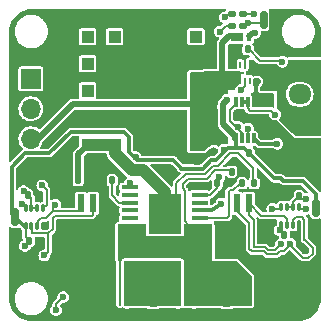
<source format=gbl>
G04 #@! TF.GenerationSoftware,KiCad,Pcbnew,7.0.7*
G04 #@! TF.CreationDate,2024-03-10T21:17:58-05:00*
G04 #@! TF.ProjectId,squirrelbrain,73717569-7272-4656-9c62-7261696e2e6b,1*
G04 #@! TF.SameCoordinates,Original*
G04 #@! TF.FileFunction,Copper,L2,Bot*
G04 #@! TF.FilePolarity,Positive*
%FSLAX46Y46*%
G04 Gerber Fmt 4.6, Leading zero omitted, Abs format (unit mm)*
G04 Created by KiCad (PCBNEW 7.0.7) date 2024-03-10 21:17:58*
%MOMM*%
%LPD*%
G01*
G04 APERTURE LIST*
G04 Aperture macros list*
%AMRoundRect*
0 Rectangle with rounded corners*
0 $1 Rounding radius*
0 $2 $3 $4 $5 $6 $7 $8 $9 X,Y pos of 4 corners*
0 Add a 4 corners polygon primitive as box body*
4,1,4,$2,$3,$4,$5,$6,$7,$8,$9,$2,$3,0*
0 Add four circle primitives for the rounded corners*
1,1,$1+$1,$2,$3*
1,1,$1+$1,$4,$5*
1,1,$1+$1,$6,$7*
1,1,$1+$1,$8,$9*
0 Add four rect primitives between the rounded corners*
20,1,$1+$1,$2,$3,$4,$5,0*
20,1,$1+$1,$4,$5,$6,$7,0*
20,1,$1+$1,$6,$7,$8,$9,0*
20,1,$1+$1,$8,$9,$2,$3,0*%
G04 Aperture macros list end*
G04 #@! TA.AperFunction,SMDPad,CuDef*
%ADD10RoundRect,0.135000X0.185000X-0.135000X0.185000X0.135000X-0.185000X0.135000X-0.185000X-0.135000X0*%
G04 #@! TD*
G04 #@! TA.AperFunction,SMDPad,CuDef*
%ADD11RoundRect,0.140000X-0.140000X-0.170000X0.140000X-0.170000X0.140000X0.170000X-0.140000X0.170000X0*%
G04 #@! TD*
G04 #@! TA.AperFunction,ComponentPad*
%ADD12R,1.700000X1.700000*%
G04 #@! TD*
G04 #@! TA.AperFunction,ComponentPad*
%ADD13O,1.700000X1.700000*%
G04 #@! TD*
G04 #@! TA.AperFunction,SMDPad,CuDef*
%ADD14RoundRect,0.135000X-0.135000X-0.185000X0.135000X-0.185000X0.135000X0.185000X-0.135000X0.185000X0*%
G04 #@! TD*
G04 #@! TA.AperFunction,SMDPad,CuDef*
%ADD15R,0.200000X0.604799*%
G04 #@! TD*
G04 #@! TA.AperFunction,SMDPad,CuDef*
%ADD16R,0.873098X0.250000*%
G04 #@! TD*
G04 #@! TA.AperFunction,SMDPad,CuDef*
%ADD17RoundRect,0.150000X0.150000X0.600000X-0.150000X0.600000X-0.150000X-0.600000X0.150000X-0.600000X0*%
G04 #@! TD*
G04 #@! TA.AperFunction,SMDPad,CuDef*
%ADD18RoundRect,0.009000X-0.141000X0.416000X-0.141000X-0.416000X0.141000X-0.416000X0.141000X0.416000X0*%
G04 #@! TD*
G04 #@! TA.AperFunction,SMDPad,CuDef*
%ADD19RoundRect,0.135000X0.135000X0.185000X-0.135000X0.185000X-0.135000X-0.185000X0.135000X-0.185000X0*%
G04 #@! TD*
G04 #@! TA.AperFunction,SMDPad,CuDef*
%ADD20R,0.600000X1.550000*%
G04 #@! TD*
G04 #@! TA.AperFunction,SMDPad,CuDef*
%ADD21R,1.200000X1.800000*%
G04 #@! TD*
G04 #@! TA.AperFunction,ComponentPad*
%ADD22R,3.800000X3.800000*%
G04 #@! TD*
G04 #@! TA.AperFunction,ComponentPad*
%ADD23C,3.800000*%
G04 #@! TD*
G04 #@! TA.AperFunction,SMDPad,CuDef*
%ADD24RoundRect,0.050000X-0.100000X0.285000X-0.100000X-0.285000X0.100000X-0.285000X0.100000X0.285000X0*%
G04 #@! TD*
G04 #@! TA.AperFunction,SMDPad,CuDef*
%ADD25R,0.385000X0.690000*%
G04 #@! TD*
G04 #@! TA.AperFunction,SMDPad,CuDef*
%ADD26R,1.035000X0.690000*%
G04 #@! TD*
G04 #@! TA.AperFunction,SMDPad,CuDef*
%ADD27R,1.404099X0.354800*%
G04 #@! TD*
G04 #@! TA.AperFunction,SMDPad,CuDef*
%ADD28R,2.768600X3.378200*%
G04 #@! TD*
G04 #@! TA.AperFunction,SMDPad,CuDef*
%ADD29R,1.060000X1.060000*%
G04 #@! TD*
G04 #@! TA.AperFunction,ComponentPad*
%ADD30RoundRect,0.250000X0.725000X-0.600000X0.725000X0.600000X-0.725000X0.600000X-0.725000X-0.600000X0*%
G04 #@! TD*
G04 #@! TA.AperFunction,ComponentPad*
%ADD31O,1.950000X1.700000*%
G04 #@! TD*
G04 #@! TA.AperFunction,ViaPad*
%ADD32C,0.600000*%
G04 #@! TD*
G04 #@! TA.AperFunction,Conductor*
%ADD33C,0.160000*%
G04 #@! TD*
G04 #@! TA.AperFunction,Conductor*
%ADD34C,0.200000*%
G04 #@! TD*
G04 #@! TA.AperFunction,Conductor*
%ADD35C,0.300000*%
G04 #@! TD*
G04 #@! TA.AperFunction,Conductor*
%ADD36C,0.500000*%
G04 #@! TD*
G04 #@! TA.AperFunction,Conductor*
%ADD37C,1.000000*%
G04 #@! TD*
G04 APERTURE END LIST*
D10*
X55650000Y-38210001D03*
X55650000Y-37190001D03*
X56600000Y-38210001D03*
X56600000Y-37190001D03*
D11*
X38520000Y-56400000D03*
X39480000Y-56400000D03*
X55645000Y-50550000D03*
X56605000Y-50550000D03*
D12*
X38650000Y-42700000D03*
D13*
X38650000Y-45240000D03*
X38650000Y-47780000D03*
X38650000Y-50320000D03*
D14*
X60340000Y-52650001D03*
X61360000Y-52650001D03*
D15*
X56375002Y-42866401D03*
D16*
X56238452Y-42195701D03*
D15*
X56375002Y-41525001D03*
X56775001Y-41525001D03*
X57175000Y-41525001D03*
D16*
X57311550Y-42195701D03*
D15*
X57175000Y-42866401D03*
X56775001Y-42866401D03*
D17*
X37300000Y-54400001D03*
X62775000Y-55850001D03*
D18*
X56000000Y-44650000D03*
X56500000Y-44650000D03*
X57000000Y-44650000D03*
X57500000Y-44650000D03*
X57500000Y-47750000D03*
X57000000Y-47750000D03*
X56500000Y-47750000D03*
X56000000Y-47750000D03*
D19*
X55460000Y-51525000D03*
X54440000Y-51525000D03*
D20*
X56100000Y-53225000D03*
X57100000Y-53225000D03*
D21*
X54800000Y-55750000D03*
X58400000Y-55750000D03*
D19*
X39410000Y-52575000D03*
X38390000Y-52575000D03*
D22*
X60250000Y-60100001D03*
D23*
X55250000Y-60100001D03*
D20*
X42900000Y-53225000D03*
X43900000Y-53225000D03*
D21*
X41600000Y-55750000D03*
X45200000Y-55750000D03*
D14*
X56540000Y-51525000D03*
X57560000Y-51525000D03*
D24*
X59860052Y-53560001D03*
X60360052Y-53560001D03*
X60860052Y-53560001D03*
X61360052Y-53560001D03*
X61360052Y-55040001D03*
X60860052Y-55040001D03*
X60360052Y-55040001D03*
X59860052Y-55040001D03*
D11*
X57145000Y-48975000D03*
X58105000Y-48975000D03*
X42665000Y-51300000D03*
X43625000Y-51300000D03*
X60120000Y-55900001D03*
X61080000Y-55900001D03*
D25*
X57124500Y-39175001D03*
D26*
X56132500Y-39175001D03*
D17*
X37300000Y-56650001D03*
D14*
X56015000Y-40200001D03*
X57035000Y-40200001D03*
D27*
X52949948Y-51875001D03*
X52949948Y-52524999D03*
X52949948Y-53175001D03*
X52949948Y-53824999D03*
X52949948Y-54474998D03*
X52949948Y-55124999D03*
X52949948Y-55774998D03*
X52949948Y-56424999D03*
X47050052Y-56424999D03*
X47050052Y-55775001D03*
X47050052Y-55124999D03*
X47050052Y-54475001D03*
X47050052Y-53825002D03*
X47050052Y-53175001D03*
X47050052Y-52525002D03*
X47050052Y-51875001D03*
D28*
X50000000Y-54150000D03*
D24*
X38200000Y-53674999D03*
X38700000Y-53674999D03*
X39200000Y-53674999D03*
X39700000Y-53674999D03*
X39700000Y-55154999D03*
X39200000Y-55154999D03*
X38700000Y-55154999D03*
X38200000Y-55154999D03*
D29*
X43470000Y-48280000D03*
X45760000Y-48280000D03*
X48050000Y-48280000D03*
X50340000Y-48280000D03*
X52630000Y-48280000D03*
X43470000Y-45990000D03*
X45760000Y-45990000D03*
X48050000Y-45990000D03*
X50340000Y-45990000D03*
X52630000Y-45990000D03*
X43470000Y-43700000D03*
X45760000Y-43700000D03*
X48050000Y-43700000D03*
X50340000Y-43700000D03*
X52630000Y-43700000D03*
X43470000Y-41410000D03*
X45760000Y-41410000D03*
X48050000Y-41410000D03*
X50340000Y-41410000D03*
X52630000Y-41410000D03*
X43470000Y-39120000D03*
X45760000Y-39120000D03*
X48050000Y-39120000D03*
X50340000Y-39120000D03*
X52630000Y-39120000D03*
D30*
X61400000Y-49000000D03*
D31*
X61400000Y-46500000D03*
X61400000Y-44000000D03*
D17*
X58350000Y-37700001D03*
X58350000Y-40050001D03*
D22*
X44000000Y-60100001D03*
D23*
X49000000Y-60100001D03*
D17*
X62775000Y-53600001D03*
D14*
X44515000Y-51300000D03*
X45535000Y-51300000D03*
D32*
X60550000Y-57850001D03*
X54650000Y-57400001D03*
X41850000Y-57450001D03*
X40050000Y-58750001D03*
X41399500Y-61176089D03*
X40776089Y-62273911D03*
X39800000Y-57650001D03*
X40700000Y-53350001D03*
X38150000Y-56850001D03*
X59800000Y-56700001D03*
X55000000Y-48700001D03*
X59100000Y-53700001D03*
X60600000Y-56650001D03*
X38025000Y-52225000D03*
X39625000Y-51725000D03*
X37900000Y-53300001D03*
X61950000Y-52850001D03*
X61975000Y-53700001D03*
X59950000Y-41250001D03*
X56200000Y-46775000D03*
X47519254Y-49330746D03*
X59700000Y-55500001D03*
X55274999Y-44450001D03*
X54925000Y-45075001D03*
X47050000Y-51550000D03*
X61900000Y-57250001D03*
X37425000Y-46550000D03*
X46450000Y-45950000D03*
X40800000Y-56050001D03*
X60000000Y-47300001D03*
X52200000Y-51750001D03*
X59500000Y-40550001D03*
X55825000Y-40700001D03*
X53950000Y-40500001D03*
X54750000Y-52475001D03*
X50300000Y-50650001D03*
X53950000Y-41275000D03*
X39900000Y-55150000D03*
X57825000Y-42925000D03*
X44700000Y-38450001D03*
X45750000Y-43000000D03*
X56250000Y-56400001D03*
X51050000Y-48300000D03*
X59000000Y-56600001D03*
X53800000Y-38300001D03*
X60600000Y-52150001D03*
X48750000Y-46000000D03*
X60500000Y-50650001D03*
X43600000Y-56450001D03*
X50300000Y-40650001D03*
X56712500Y-45862501D03*
X51050000Y-46000000D03*
X54125000Y-48800001D03*
X51000000Y-38450001D03*
X50350000Y-43000000D03*
X44450000Y-50050000D03*
X62650000Y-51300001D03*
X45200000Y-54000000D03*
X45750000Y-40700000D03*
X55800000Y-49700000D03*
X56075000Y-45625001D03*
X48750000Y-48300000D03*
X44150000Y-45950000D03*
X40800000Y-37450001D03*
X48000000Y-38500000D03*
X51000000Y-55500000D03*
X49000000Y-53000000D03*
X50000000Y-53600000D03*
X51100000Y-58400001D03*
X46800000Y-58400001D03*
X49000000Y-55500000D03*
X51000000Y-53000000D03*
X50000000Y-54900000D03*
X46800000Y-61650001D03*
X51100000Y-61650001D03*
X57650000Y-38800000D03*
X59325000Y-45725000D03*
X59525000Y-48200000D03*
X57025000Y-46925001D03*
X54600000Y-51050000D03*
X54650000Y-38700001D03*
X56425000Y-43675001D03*
X54775000Y-53275001D03*
X57050000Y-37950001D03*
X55100000Y-37500001D03*
X57550000Y-37200001D03*
X52050000Y-58450001D03*
X53400000Y-58450001D03*
X52450000Y-61650001D03*
X52050000Y-60050001D03*
D33*
X60860052Y-55040001D02*
X60860052Y-54660026D01*
X59743031Y-57300001D02*
X59483031Y-57560001D01*
X58352354Y-57310000D02*
X57350883Y-57310000D01*
X62148529Y-57850001D02*
X61650000Y-57850001D01*
X59483031Y-57560001D02*
X58602355Y-57560001D01*
X60860052Y-54660026D02*
X61115077Y-54405001D01*
X61115077Y-54405001D02*
X61605027Y-54405001D01*
X61650000Y-57850001D02*
X60400000Y-56600001D01*
X61605027Y-54405001D02*
X61810052Y-54610026D01*
X61810052Y-56350001D02*
X61829291Y-56330763D01*
X60400000Y-56600001D02*
X60400000Y-56948530D01*
X61829291Y-56330763D02*
X62500000Y-57001472D01*
X62500000Y-57001472D02*
X62500000Y-57498530D01*
X62500000Y-57498530D02*
X62148529Y-57850001D01*
X61810052Y-54610026D02*
X61810052Y-56350001D01*
X60048529Y-57300001D02*
X59743031Y-57300001D01*
X57140000Y-57099117D02*
X57140000Y-54940000D01*
X60400000Y-56948530D02*
X60048529Y-57300001D01*
X58602355Y-57560001D02*
X58352354Y-57310000D01*
X57350883Y-57310000D02*
X57140000Y-57099117D01*
X57140000Y-54940000D02*
X56100000Y-53900000D01*
X56100000Y-53900000D02*
X56100000Y-53225000D01*
X58501470Y-56950000D02*
X57500000Y-56950000D01*
X59277345Y-57200001D02*
X58751471Y-57200001D01*
X57500000Y-56950000D02*
X57500000Y-54650001D01*
X59795279Y-56682067D02*
X59277345Y-57200001D01*
X58751471Y-57200001D02*
X58501470Y-56950000D01*
X57500000Y-54650001D02*
X57100000Y-54250001D01*
X57100000Y-54250001D02*
X57100000Y-53225000D01*
D34*
X40700000Y-53350001D02*
X40500000Y-53550001D01*
X40500000Y-53550001D02*
X40500000Y-53900000D01*
X40776089Y-62273911D02*
X40776089Y-61799500D01*
X40776089Y-61799500D02*
X41399500Y-61176089D01*
X40108530Y-57341471D02*
X39800000Y-57650001D01*
X40108530Y-55789999D02*
X40108530Y-57341471D01*
X39250000Y-55154999D02*
X39250000Y-54725024D01*
X39475024Y-54500000D02*
X39900000Y-54500000D01*
X39250000Y-54725024D02*
X39475024Y-54500000D01*
X39900000Y-54500000D02*
X40500000Y-53900000D01*
X38200000Y-53674999D02*
X38200000Y-53600001D01*
X38200000Y-53600001D02*
X37900000Y-53300001D01*
D35*
X55875000Y-48550000D02*
X55363604Y-48550000D01*
X37050000Y-50122943D02*
X37050000Y-54150000D01*
X53913603Y-49600000D02*
X53213602Y-50300001D01*
X55363604Y-48550000D02*
X54313604Y-49600000D01*
X37050000Y-54150000D02*
X38054999Y-55154999D01*
X53213602Y-50300001D02*
X51400000Y-50300001D01*
X51300000Y-50200001D02*
X51300000Y-50180761D01*
X54313604Y-49600000D02*
X53913603Y-49600000D01*
X51400000Y-50300001D02*
X51300000Y-50200001D01*
X46975000Y-47650000D02*
X46525000Y-47200000D01*
X40225000Y-49000000D02*
X38172943Y-49000000D01*
X51300000Y-50180761D02*
X50719239Y-49600000D01*
X38054999Y-55154999D02*
X38200000Y-55154999D01*
X50719239Y-49600000D02*
X47650000Y-49600000D01*
X47650000Y-49600000D02*
X46975000Y-48925000D01*
X46975000Y-48925000D02*
X46975000Y-47650000D01*
X46525000Y-47200000D02*
X42025000Y-47200000D01*
X38172943Y-49000000D02*
X37050000Y-50122943D01*
X42025000Y-47200000D02*
X40225000Y-49000000D01*
D34*
X38390000Y-52575000D02*
X38524999Y-52575000D01*
X38524999Y-52575000D02*
X38700000Y-52750001D01*
X38700000Y-52750001D02*
X38700000Y-53674999D01*
X61080000Y-55900001D02*
X61300000Y-56120001D01*
X61300000Y-56120001D02*
X61300000Y-56650001D01*
X61300000Y-56650001D02*
X61900000Y-57250001D01*
X59100000Y-53700001D02*
X59820051Y-53700001D01*
X39200000Y-53674999D02*
X38700000Y-53674999D01*
X39980000Y-53394999D02*
X39700000Y-53674999D01*
X39625000Y-51725000D02*
X39980000Y-52080000D01*
X39700000Y-53674999D02*
X39775001Y-53674999D01*
X39980000Y-52080000D02*
X39980000Y-53394999D01*
X60360052Y-53560001D02*
X60860052Y-53560001D01*
X61950000Y-52850001D02*
X61560000Y-52850001D01*
X60860052Y-53149949D02*
X61360000Y-52650001D01*
X61560000Y-52850001D02*
X61360000Y-52650001D01*
X60860052Y-53560001D02*
X60860052Y-53149949D01*
X61420051Y-53700001D02*
X61360052Y-53760000D01*
X61975000Y-53700001D02*
X61420051Y-53700001D01*
X59820051Y-53800001D02*
X59860052Y-53760000D01*
X56000000Y-44851472D02*
X56000000Y-44375000D01*
X56500000Y-47475000D02*
X56500000Y-47256008D01*
X56500000Y-47256008D02*
X55475000Y-46231008D01*
X59850000Y-41150001D02*
X58025000Y-41150001D01*
X55475000Y-45376472D02*
X56000000Y-44851472D01*
X59950000Y-41250001D02*
X59850000Y-41150001D01*
X55475000Y-46231008D02*
X55475000Y-45376472D01*
X57075000Y-40200001D02*
X57035000Y-40200001D01*
X58025000Y-41150001D02*
X57075000Y-40200001D01*
D36*
X54925000Y-46560661D02*
X54925000Y-44800000D01*
D35*
X56677035Y-48550000D02*
X55875000Y-48550000D01*
D34*
X60120000Y-55900001D02*
X60100000Y-55900001D01*
D35*
X62775000Y-52425001D02*
X62775000Y-53700001D01*
D34*
X38200000Y-56080000D02*
X38200000Y-55154999D01*
D35*
X56000000Y-48425000D02*
X55875000Y-48550000D01*
X56000000Y-47475000D02*
X56000000Y-48425000D01*
D34*
X59860052Y-55040001D02*
X59860052Y-55339949D01*
D35*
X61675000Y-51325001D02*
X62775000Y-52425001D01*
D36*
X54925000Y-44800000D02*
X55274999Y-44450001D01*
D34*
X38520000Y-56400000D02*
X38200000Y-56080000D01*
D35*
X59827500Y-51127501D02*
X59254536Y-51127501D01*
D34*
X47050052Y-51550052D02*
X47050000Y-51550000D01*
X59860052Y-55339949D02*
X59700000Y-55500001D01*
D35*
X60025000Y-51325001D02*
X61675000Y-51325001D01*
D36*
X55900000Y-47535661D02*
X54925000Y-46560661D01*
D35*
X59827500Y-51127501D02*
X60025000Y-51325001D01*
D34*
X47050052Y-51875001D02*
X47050052Y-51550052D01*
D36*
X55900000Y-47775001D02*
X55900000Y-47535661D01*
D34*
X60100000Y-55900001D02*
X59700000Y-55500001D01*
D35*
X59254536Y-51127501D02*
X56677035Y-48550000D01*
X58155000Y-49025000D02*
X61375000Y-49025000D01*
D34*
X56775001Y-41525001D02*
X56775001Y-40960002D01*
D35*
X56974999Y-46125000D02*
X57369239Y-46125000D01*
D34*
X56015000Y-40200001D02*
X56015000Y-40510001D01*
D35*
X53850000Y-48800001D02*
X54125000Y-48800001D01*
D34*
X55825000Y-40700001D02*
X56515000Y-40700001D01*
D35*
X54125000Y-48800001D02*
X54150000Y-48800001D01*
X52550001Y-49800001D02*
X52850000Y-49800001D01*
X57700000Y-44450000D02*
X57700000Y-43050000D01*
D34*
X54800000Y-56425001D02*
X54800000Y-55750000D01*
D35*
X57444240Y-46200001D02*
X58880762Y-46200001D01*
X60250000Y-47550001D02*
X60550000Y-47550001D01*
X58880762Y-46200001D02*
X59055761Y-46375000D01*
D34*
X56515000Y-40700001D02*
X56775001Y-40960002D01*
D35*
X56712500Y-45862501D02*
X56974999Y-46125000D01*
D34*
X60340000Y-52650001D02*
X60340000Y-52410001D01*
D35*
X59850000Y-47550001D02*
X59050000Y-47550001D01*
D34*
X56015000Y-40510001D02*
X55825000Y-40700001D01*
D35*
X61375000Y-49025000D02*
X61400000Y-49000000D01*
D34*
X52200000Y-51750001D02*
X52949948Y-51849948D01*
D35*
X60000000Y-47300001D02*
X59850000Y-47550001D01*
X61400000Y-49000000D02*
X61400000Y-48400001D01*
X61400000Y-48400001D02*
X60550000Y-47550001D01*
D34*
X60250000Y-60100001D02*
X59775000Y-59625001D01*
X59775000Y-59625001D02*
X57975000Y-59625001D01*
X56605000Y-50525000D02*
X56605000Y-50255000D01*
X39410000Y-52575000D02*
X39000000Y-52165000D01*
D35*
X57500000Y-44650000D02*
X57700000Y-44450000D01*
X57700000Y-43050000D02*
X57825000Y-42925000D01*
X51050000Y-48300000D02*
X52550001Y-49800001D01*
D34*
X55460000Y-51525000D02*
X55605000Y-51525000D01*
X39000000Y-50770000D02*
X38550000Y-50320000D01*
D35*
X57369239Y-46125000D02*
X57444240Y-46200001D01*
D34*
X57975000Y-59600001D02*
X56937500Y-58562501D01*
X56605000Y-50505000D02*
X55800000Y-49700000D01*
X56937500Y-58562501D02*
X54800000Y-56425001D01*
D36*
X43625000Y-51300000D02*
X44515000Y-51300000D01*
D35*
X58105000Y-48975000D02*
X58155000Y-49025000D01*
X59374999Y-46375000D02*
X60550000Y-47550001D01*
D34*
X39900000Y-55150000D02*
X39700000Y-55150000D01*
X56605000Y-50550000D02*
X56605000Y-50505000D01*
X56937500Y-58562501D02*
X56937500Y-58462501D01*
X55605000Y-51525000D02*
X56605000Y-50525000D01*
D35*
X52850000Y-49800001D02*
X53850000Y-48800001D01*
D34*
X52949948Y-51849948D02*
X52949948Y-51875001D01*
D35*
X60000000Y-47300001D02*
X60250000Y-47550001D01*
D34*
X57975000Y-59625001D02*
X57975000Y-59600001D01*
D35*
X59055761Y-46375000D02*
X59374999Y-46375000D01*
D34*
X39000000Y-52165000D02*
X39000000Y-50770000D01*
X39700000Y-55150000D02*
X39700000Y-55154999D01*
X60340000Y-52410001D02*
X60600000Y-52150001D01*
D36*
X42175000Y-44850000D02*
X52579999Y-44850000D01*
X54850000Y-42750001D02*
X53900001Y-43700000D01*
X52579999Y-44850000D02*
X52630000Y-44900001D01*
D37*
X52630000Y-48280000D02*
X52630000Y-43700000D01*
D36*
X54850000Y-39702818D02*
X54850000Y-42750001D01*
D34*
X56375002Y-42725000D02*
X56375002Y-42190850D01*
D36*
X56132500Y-39100000D02*
X55452818Y-39100000D01*
X56132500Y-39050000D02*
X56132500Y-39100000D01*
X53900001Y-43700000D02*
X52630000Y-43700000D01*
X55452818Y-39100000D02*
X54850000Y-39702818D01*
X38650000Y-47780000D02*
X39245000Y-47780000D01*
X39245000Y-47780000D02*
X42175000Y-44850000D01*
D34*
X45535000Y-52561998D02*
X46148003Y-53175001D01*
X46148003Y-53175001D02*
X47050052Y-53175001D01*
X45535000Y-51300000D02*
X45535000Y-52561998D01*
X56350000Y-51525000D02*
X56350000Y-51570183D01*
X55400000Y-52250000D02*
X55400000Y-54350001D01*
X55770183Y-52150000D02*
X55500000Y-52150000D01*
X55400000Y-54350001D02*
X55275003Y-54474998D01*
X56350000Y-51570183D02*
X55770183Y-52150000D01*
X55500000Y-52150000D02*
X55400000Y-52250000D01*
X55275003Y-54474998D02*
X52949948Y-54474998D01*
D37*
X45760000Y-48280000D02*
X45760000Y-48985000D01*
D34*
X53399998Y-50750001D02*
X51749999Y-50750001D01*
X55550000Y-49000000D02*
X54500000Y-50050000D01*
D37*
X47225000Y-50450000D02*
X48150000Y-50450000D01*
D34*
X54099999Y-50050000D02*
X53399998Y-50750001D01*
D37*
X43470000Y-48280000D02*
X45760000Y-48280000D01*
X45760000Y-48985000D02*
X47225000Y-50450000D01*
D34*
X54500000Y-50050000D02*
X54099999Y-50050000D01*
X57560000Y-51525000D02*
X57475000Y-51440000D01*
X50950000Y-51550000D02*
X50950000Y-52950000D01*
X56198529Y-49000000D02*
X55550000Y-49000000D01*
D36*
X42665000Y-51300000D02*
X42665000Y-49085000D01*
D37*
X48150000Y-50450000D02*
X50000000Y-52300000D01*
D34*
X57475000Y-51440000D02*
X57475000Y-50276471D01*
D37*
X50000000Y-52300000D02*
X50000000Y-54150000D01*
D34*
X51749999Y-50750001D02*
X50950000Y-51550000D01*
X50950000Y-52950000D02*
X51000000Y-53000000D01*
D36*
X42665000Y-49085000D02*
X43470000Y-48280000D01*
D34*
X57475000Y-50276471D02*
X56198529Y-49000000D01*
X60360052Y-54560053D02*
X60100000Y-54300001D01*
X60100000Y-54300001D02*
X58175001Y-54300001D01*
X58175001Y-54300001D02*
X57100000Y-53225000D01*
X60360052Y-55240000D02*
X60360052Y-54560053D01*
X42900000Y-53900000D02*
X42900000Y-53225000D01*
X40500000Y-53900000D02*
X42900000Y-53900000D01*
X38750000Y-55154999D02*
X38750000Y-55750000D01*
X43900000Y-54200000D02*
X43900000Y-53225000D01*
X38789999Y-55789999D02*
X40108530Y-55789999D01*
X43800000Y-54300000D02*
X43900000Y-54200000D01*
X38750000Y-55750000D02*
X38789999Y-55789999D01*
X40500000Y-54465686D02*
X40665686Y-54300000D01*
X40108530Y-55789999D02*
X40500000Y-55398529D01*
X40500000Y-55398529D02*
X40500000Y-54465686D01*
X40665686Y-54300000D02*
X43800000Y-54300000D01*
D36*
X57650000Y-38800000D02*
X57424500Y-38800000D01*
X57424500Y-38800000D02*
X57124500Y-39100000D01*
D35*
X56500000Y-44650000D02*
X57000000Y-44650000D01*
D34*
X57000000Y-45200001D02*
X57200000Y-45400001D01*
X57200000Y-45400001D02*
X59000001Y-45400001D01*
X57000000Y-44875000D02*
X57000000Y-45200001D01*
X59000001Y-45400001D02*
X59325000Y-45725000D01*
D35*
X57950000Y-48200000D02*
X59525000Y-48200000D01*
X57500000Y-47750000D02*
X57950000Y-48200000D01*
X57500000Y-47475000D02*
X57500000Y-47750000D01*
D34*
X57025000Y-46925001D02*
X57025000Y-47725000D01*
X57025000Y-47725000D02*
X57000000Y-47750000D01*
X54440000Y-51525000D02*
X54440000Y-51210000D01*
X54440000Y-51525000D02*
X54440000Y-51936996D01*
X55140000Y-38210001D02*
X55850000Y-38210001D01*
X53851997Y-52524999D02*
X52949948Y-52524999D01*
X54440000Y-51210000D02*
X54600000Y-51050000D01*
X54440000Y-51936996D02*
X53851997Y-52524999D01*
X54650000Y-38700001D02*
X55140000Y-38210001D01*
D35*
X54775000Y-53275001D02*
X53975002Y-53824999D01*
D34*
X56775001Y-43325000D02*
X56775001Y-42725000D01*
X58100000Y-37950001D02*
X57050000Y-37950001D01*
D35*
X53975002Y-53824999D02*
X52949948Y-53824999D01*
D34*
X58350000Y-37700001D02*
X58100000Y-37950001D01*
X56425000Y-43675001D02*
X56775001Y-43325000D01*
X55879817Y-37125000D02*
X55890000Y-37125000D01*
X55410000Y-37190001D02*
X55100000Y-37500001D01*
X55650000Y-37190001D02*
X55410000Y-37190001D01*
X56600000Y-37190001D02*
X57540000Y-37190001D01*
X57540000Y-37190001D02*
X57550000Y-37200001D01*
X54265685Y-50450000D02*
X53565684Y-51150001D01*
X52047899Y-55124999D02*
X52949948Y-55124999D01*
X51684300Y-52160900D02*
X51684300Y-54761400D01*
X51500000Y-51600000D02*
X51500000Y-51976600D01*
X51500000Y-51976600D02*
X51684300Y-52160900D01*
X51684300Y-54761400D02*
X52047899Y-55124999D01*
X55645000Y-50525000D02*
X55570000Y-50450000D01*
X51949999Y-51150001D02*
X51500000Y-51600000D01*
X53565684Y-51150001D02*
X51949999Y-51150001D01*
X55570000Y-50450000D02*
X54265685Y-50450000D01*
G04 #@! TA.AperFunction,Conductor*
G36*
X42735143Y-47568982D02*
G01*
X42762163Y-47615782D01*
X42753596Y-47664365D01*
X42754111Y-47664579D01*
X42753149Y-47666901D01*
X42752779Y-47669000D01*
X42751283Y-47671404D01*
X42751132Y-47671768D01*
X42739500Y-47730252D01*
X42739500Y-48340674D01*
X42721018Y-48391454D01*
X42716371Y-48396524D01*
X42537637Y-48575259D01*
X42365915Y-48746981D01*
X42362610Y-48749934D01*
X42331030Y-48775119D01*
X42297519Y-48824271D01*
X42262210Y-48872113D01*
X42259441Y-48877352D01*
X42259330Y-48877293D01*
X42256983Y-48881943D01*
X42257095Y-48881997D01*
X42254525Y-48887333D01*
X42236992Y-48944177D01*
X42217353Y-49000303D01*
X42216253Y-49006116D01*
X42216132Y-49006093D01*
X42215260Y-49011224D01*
X42215382Y-49011243D01*
X42214500Y-49017098D01*
X42214500Y-49076573D01*
X42212276Y-49136010D01*
X42212939Y-49141891D01*
X42212814Y-49141905D01*
X42214500Y-49154709D01*
X42214500Y-50972663D01*
X42207098Y-51006050D01*
X42191028Y-51040510D01*
X42191028Y-51040512D01*
X42184500Y-51090096D01*
X42184500Y-51509901D01*
X42184501Y-51509907D01*
X42191026Y-51559482D01*
X42191028Y-51559488D01*
X42241776Y-51668316D01*
X42241778Y-51668319D01*
X42326680Y-51753221D01*
X42326683Y-51753223D01*
X42326684Y-51753224D01*
X42435513Y-51803972D01*
X42485099Y-51810500D01*
X42844900Y-51810499D01*
X42844901Y-51810499D01*
X42844904Y-51810498D01*
X42854175Y-51809278D01*
X42894482Y-51803973D01*
X42894483Y-51803972D01*
X42894487Y-51803972D01*
X43003316Y-51753224D01*
X43088224Y-51668316D01*
X43138972Y-51559487D01*
X43145500Y-51509901D01*
X43145499Y-51090100D01*
X43145498Y-51090096D01*
X43145498Y-51090092D01*
X43138973Y-51040515D01*
X43138972Y-51040511D01*
X43122902Y-51006050D01*
X43115500Y-50972663D01*
X43115500Y-49304325D01*
X43133982Y-49253545D01*
X43138639Y-49248464D01*
X43353464Y-49033639D01*
X43402440Y-49010801D01*
X43409325Y-49010500D01*
X44019748Y-49010500D01*
X44078231Y-48998867D01*
X44078232Y-48998866D01*
X44085794Y-48993814D01*
X44129684Y-48980500D01*
X44981171Y-48980500D01*
X45031951Y-48998982D01*
X45058877Y-49045261D01*
X45066944Y-49089283D01*
X45067303Y-49091641D01*
X45074859Y-49153869D01*
X45074859Y-49153871D01*
X45074860Y-49153872D01*
X45079399Y-49165842D01*
X45079901Y-49167165D01*
X45083739Y-49180934D01*
X45086304Y-49194929D01*
X45086305Y-49194933D01*
X45112038Y-49252109D01*
X45112951Y-49254313D01*
X45135180Y-49312927D01*
X45135181Y-49312929D01*
X45135182Y-49312930D01*
X45143262Y-49324636D01*
X45150285Y-49337088D01*
X45156121Y-49350057D01*
X45194793Y-49399418D01*
X45196207Y-49401340D01*
X45231817Y-49452929D01*
X45278747Y-49494505D01*
X45280467Y-49496124D01*
X46713873Y-50929530D01*
X46715493Y-50931251D01*
X46757070Y-50978182D01*
X46757072Y-50978184D01*
X46783360Y-50996329D01*
X46814653Y-51040386D01*
X46810305Y-51094250D01*
X46781195Y-51127804D01*
X46718871Y-51167857D01*
X46624622Y-51276627D01*
X46564835Y-51407542D01*
X46564834Y-51407547D01*
X46563343Y-51417919D01*
X46562108Y-51426514D01*
X46561701Y-51429342D01*
X46536181Y-51476976D01*
X46486013Y-51497061D01*
X46483505Y-51497101D01*
X46328254Y-51497101D01*
X46269771Y-51508733D01*
X46203450Y-51553049D01*
X46159134Y-51619370D01*
X46147620Y-51677259D01*
X46147502Y-51677853D01*
X46147502Y-52072149D01*
X46150379Y-52086612D01*
X46159134Y-52130632D01*
X46159135Y-52130633D01*
X46176159Y-52156111D01*
X46189003Y-52208601D01*
X46176160Y-52243890D01*
X46159135Y-52269370D01*
X46159134Y-52269370D01*
X46147502Y-52327854D01*
X46147502Y-52558807D01*
X46129020Y-52609587D01*
X46082220Y-52636607D01*
X46029002Y-52627223D01*
X46012641Y-52614668D01*
X45858638Y-52460665D01*
X45835800Y-52411689D01*
X45835499Y-52404804D01*
X45835499Y-52108941D01*
X45835499Y-51826126D01*
X45853981Y-51775349D01*
X45860730Y-51769166D01*
X45860517Y-51768953D01*
X45949062Y-51680407D01*
X45949065Y-51680404D01*
X45999068Y-51573173D01*
X46005500Y-51524316D01*
X46005500Y-51075684D01*
X46005243Y-51073735D01*
X46002642Y-51053973D01*
X45999068Y-51026827D01*
X45989379Y-51006050D01*
X45973956Y-50972975D01*
X45949065Y-50919596D01*
X45949064Y-50919595D01*
X45949062Y-50919592D01*
X45865407Y-50835937D01*
X45865404Y-50835935D01*
X45758174Y-50785932D01*
X45709318Y-50779500D01*
X45709316Y-50779500D01*
X45360684Y-50779500D01*
X45360682Y-50779500D01*
X45311826Y-50785932D01*
X45311824Y-50785932D01*
X45204595Y-50835935D01*
X45204592Y-50835937D01*
X45120937Y-50919592D01*
X45120935Y-50919595D01*
X45070932Y-51026824D01*
X45070932Y-51026826D01*
X45064499Y-51075681D01*
X45064499Y-51524318D01*
X45070932Y-51573173D01*
X45070932Y-51573175D01*
X45120935Y-51680404D01*
X45120937Y-51680407D01*
X45209483Y-51768953D01*
X45207484Y-51770951D01*
X45231801Y-51805654D01*
X45234500Y-51826128D01*
X45234500Y-52500095D01*
X45232491Y-52512410D01*
X45233238Y-52512515D01*
X45232226Y-52519761D01*
X45234458Y-52568025D01*
X45234500Y-52569850D01*
X45234500Y-52589848D01*
X45235279Y-52594013D01*
X45235910Y-52599452D01*
X45237414Y-52631989D01*
X45242322Y-52643104D01*
X45247707Y-52660494D01*
X45249938Y-52672430D01*
X45267083Y-52700120D01*
X45269634Y-52704961D01*
X45272214Y-52710803D01*
X45282793Y-52734761D01*
X45282796Y-52734765D01*
X45291378Y-52743347D01*
X45302683Y-52757618D01*
X45309080Y-52767949D01*
X45335076Y-52787581D01*
X45339200Y-52791169D01*
X45617876Y-53069845D01*
X45891743Y-53343712D01*
X45899034Y-53353843D01*
X45899636Y-53353390D01*
X45904045Y-53359229D01*
X45939763Y-53391791D01*
X45941061Y-53393030D01*
X45955206Y-53407175D01*
X45958707Y-53409573D01*
X45962993Y-53412968D01*
X45987070Y-53434917D01*
X45998400Y-53439306D01*
X46014502Y-53447793D01*
X46024522Y-53454657D01*
X46056229Y-53462114D01*
X46061448Y-53463730D01*
X46085050Y-53472874D01*
X46089243Y-53474499D01*
X46091830Y-53475501D01*
X46091832Y-53475501D01*
X46096160Y-53476310D01*
X46142682Y-53503804D01*
X46160647Y-53554770D01*
X46159133Y-53569377D01*
X46147502Y-53627853D01*
X46147502Y-54022149D01*
X46159134Y-54080633D01*
X46159135Y-54080635D01*
X46176158Y-54106110D01*
X46189004Y-54158600D01*
X46176159Y-54193891D01*
X46159135Y-54219368D01*
X46159134Y-54219369D01*
X46147502Y-54277853D01*
X46147502Y-54672149D01*
X46153059Y-54700089D01*
X46144838Y-54753499D01*
X46104209Y-54789129D01*
X46075577Y-54794500D01*
X46075016Y-54794500D01*
X46066058Y-54794891D01*
X46047872Y-54796482D01*
X45963033Y-54823231D01*
X45963026Y-54823234D01*
X45916237Y-54850248D01*
X45916231Y-54850252D01*
X45875491Y-54881111D01*
X45825874Y-54957935D01*
X45807393Y-55008713D01*
X45795000Y-55078996D01*
X45795000Y-56660561D01*
X45794952Y-56662498D01*
X45794623Y-56669214D01*
X45794500Y-56674248D01*
X45794500Y-57983453D01*
X45796562Y-58012492D01*
X45799717Y-58034595D01*
X45800073Y-58036765D01*
X45801119Y-58043127D01*
X45837423Y-58127060D01*
X45837424Y-58127062D01*
X45837425Y-58127063D01*
X45843285Y-58135056D01*
X45869376Y-58170643D01*
X45869377Y-58170645D01*
X45870629Y-58171843D01*
X45870886Y-58172366D01*
X45871649Y-58173235D01*
X45871416Y-58173439D01*
X45894530Y-58220309D01*
X45895000Y-58228910D01*
X45895000Y-61820492D01*
X45895382Y-61829349D01*
X45896937Y-61847329D01*
X45923500Y-61932016D01*
X45932475Y-61947633D01*
X45950424Y-61978867D01*
X45950426Y-61978869D01*
X45981202Y-62019668D01*
X45981203Y-62019669D01*
X46006722Y-62036223D01*
X46057928Y-62069441D01*
X46108671Y-62088025D01*
X46178931Y-62100559D01*
X46219383Y-62100639D01*
X46219465Y-62100640D01*
X46219465Y-62100639D01*
X46219466Y-62100640D01*
X46223997Y-62100449D01*
X46228530Y-62100258D01*
X46246918Y-62098668D01*
X46246920Y-62098667D01*
X46246924Y-62098667D01*
X46331968Y-62071899D01*
X46357794Y-62056988D01*
X46411008Y-62047604D01*
X46440306Y-62059141D01*
X46452781Y-62067240D01*
X46457345Y-62070203D01*
X46457349Y-62070205D01*
X46506267Y-62088138D01*
X46510245Y-62091365D01*
X46520817Y-62093800D01*
X46523689Y-62094654D01*
X46524264Y-62094594D01*
X46530847Y-62096110D01*
X46530847Y-62096111D01*
X46553431Y-62101313D01*
X45900000Y-62100001D01*
X45900000Y-63199500D01*
X38687589Y-63199500D01*
X38685005Y-63199415D01*
X38442732Y-63183535D01*
X38437604Y-63182860D01*
X38200754Y-63135746D01*
X38195758Y-63134408D01*
X37967089Y-63056785D01*
X37962311Y-63054806D01*
X37745721Y-62947995D01*
X37741241Y-62945409D01*
X37540450Y-62811243D01*
X37536354Y-62808101D01*
X37354772Y-62648858D01*
X37351141Y-62645227D01*
X37191896Y-62463642D01*
X37188756Y-62459549D01*
X37147647Y-62398027D01*
X37054586Y-62258751D01*
X37052004Y-62254278D01*
X36982194Y-62112719D01*
X36945192Y-62037686D01*
X36943217Y-62032918D01*
X36865588Y-61804231D01*
X36864253Y-61799245D01*
X36846578Y-61710391D01*
X36817137Y-61562382D01*
X36816465Y-61557275D01*
X36808622Y-61437633D01*
X36800585Y-61314995D01*
X36800543Y-61313708D01*
X37280992Y-61313708D01*
X37300158Y-61545013D01*
X37357135Y-61770008D01*
X37357137Y-61770013D01*
X37357138Y-61770016D01*
X37428199Y-61932017D01*
X37450368Y-61982557D01*
X37577313Y-62176861D01*
X37734501Y-62347614D01*
X37734504Y-62347616D01*
X37734508Y-62347621D01*
X37917666Y-62490178D01*
X38012510Y-62541505D01*
X38121786Y-62600643D01*
X38121789Y-62600644D01*
X38341311Y-62676006D01*
X38570243Y-62714208D01*
X38570248Y-62714208D01*
X38802335Y-62714208D01*
X38802341Y-62714208D01*
X39031273Y-62676006D01*
X39250795Y-62600644D01*
X39454918Y-62490178D01*
X39638076Y-62347621D01*
X39705931Y-62273911D01*
X40270442Y-62273911D01*
X40290923Y-62416366D01*
X40350711Y-62547283D01*
X40350712Y-62547284D01*
X40444961Y-62656054D01*
X40566036Y-62733864D01*
X40704128Y-62774411D01*
X40848049Y-62774411D01*
X40848050Y-62774411D01*
X40986142Y-62733864D01*
X41107217Y-62656054D01*
X41201466Y-62547284D01*
X41261254Y-62416368D01*
X41281736Y-62273911D01*
X41261254Y-62131454D01*
X41201466Y-62000538D01*
X41156111Y-61948195D01*
X41136827Y-61897716D01*
X41154502Y-61846649D01*
X41159937Y-61840621D01*
X41300832Y-61699726D01*
X41349807Y-61676890D01*
X41356692Y-61676589D01*
X41471460Y-61676589D01*
X41471461Y-61676589D01*
X41609553Y-61636042D01*
X41730628Y-61558232D01*
X41824877Y-61449462D01*
X41884665Y-61318546D01*
X41905147Y-61176089D01*
X41884665Y-61033632D01*
X41824877Y-60902716D01*
X41730628Y-60793946D01*
X41609553Y-60716136D01*
X41471461Y-60675589D01*
X41327539Y-60675589D01*
X41189447Y-60716136D01*
X41189446Y-60716136D01*
X41068371Y-60793946D01*
X40974122Y-60902716D01*
X40914334Y-61033633D01*
X40893853Y-61176089D01*
X40898366Y-61207482D01*
X40887298Y-61260376D01*
X40876031Y-61274585D01*
X40607374Y-61543242D01*
X40597247Y-61550531D01*
X40597701Y-61551132D01*
X40591860Y-61555542D01*
X40559306Y-61591250D01*
X40558050Y-61592566D01*
X40543916Y-61606702D01*
X40543906Y-61606714D01*
X40541507Y-61610214D01*
X40538116Y-61614494D01*
X40516173Y-61638567D01*
X40516171Y-61638570D01*
X40511782Y-61649898D01*
X40503298Y-61665994D01*
X40496435Y-61676014D01*
X40496433Y-61676018D01*
X40488976Y-61707717D01*
X40487357Y-61712945D01*
X40475589Y-61743326D01*
X40475589Y-61755470D01*
X40473491Y-61773557D01*
X40470709Y-61785381D01*
X40472644Y-61799245D01*
X40475210Y-61817644D01*
X40475589Y-61823098D01*
X40475589Y-61829150D01*
X40457107Y-61879930D01*
X40448327Y-61888851D01*
X40444961Y-61891767D01*
X40350711Y-62000538D01*
X40290924Y-62131454D01*
X40290923Y-62131454D01*
X40270442Y-62273911D01*
X39705931Y-62273911D01*
X39795271Y-62176861D01*
X39922216Y-61982557D01*
X40015449Y-61770008D01*
X40072426Y-61545013D01*
X40091592Y-61313708D01*
X40072426Y-61082403D01*
X40015449Y-60857408D01*
X39922216Y-60644859D01*
X39795271Y-60450555D01*
X39638076Y-60279795D01*
X39454918Y-60137238D01*
X39440484Y-60129426D01*
X39250797Y-60026772D01*
X39031275Y-59951410D01*
X38965863Y-59940495D01*
X38802341Y-59913208D01*
X38570243Y-59913208D01*
X38427160Y-59937084D01*
X38341308Y-59951410D01*
X38121786Y-60026772D01*
X37917667Y-60137237D01*
X37917665Y-60137238D01*
X37734511Y-60279792D01*
X37734501Y-60279801D01*
X37577313Y-60450554D01*
X37577313Y-60450555D01*
X37450366Y-60644862D01*
X37450365Y-60644864D01*
X37357138Y-60857399D01*
X37357136Y-60857404D01*
X37357135Y-60857408D01*
X37300158Y-61082403D01*
X37284936Y-61266115D01*
X37280992Y-61313708D01*
X36800543Y-61313708D01*
X36800500Y-61312411D01*
X36800500Y-55336905D01*
X36818982Y-55286125D01*
X36865782Y-55259105D01*
X36919000Y-55268489D01*
X36935361Y-55281044D01*
X36943512Y-55289195D01*
X36943516Y-55289198D01*
X36943517Y-55289199D01*
X36998453Y-55316055D01*
X37048604Y-55340573D01*
X37048605Y-55340573D01*
X37048607Y-55340574D01*
X37116740Y-55350501D01*
X37116744Y-55350501D01*
X37483256Y-55350501D01*
X37483260Y-55350501D01*
X37551393Y-55340574D01*
X37630684Y-55301810D01*
X37684421Y-55296113D01*
X37721241Y-55316923D01*
X37775659Y-55371341D01*
X37785934Y-55383993D01*
X37793559Y-55395665D01*
X37793562Y-55395668D01*
X37820609Y-55416720D01*
X37824275Y-55419957D01*
X37827714Y-55423397D01*
X37849335Y-55463845D01*
X37850762Y-55471017D01*
X37864034Y-55537739D01*
X37884597Y-55568514D01*
X37886186Y-55570892D01*
X37899500Y-55614782D01*
X37899500Y-56018097D01*
X37897491Y-56030412D01*
X37898238Y-56030517D01*
X37897226Y-56037763D01*
X37899458Y-56086027D01*
X37899500Y-56087852D01*
X37899500Y-56107850D01*
X37900279Y-56112015D01*
X37900910Y-56117454D01*
X37902414Y-56149991D01*
X37907322Y-56161106D01*
X37912707Y-56178496D01*
X37914938Y-56190432D01*
X37914939Y-56190433D01*
X37930683Y-56215862D01*
X37932083Y-56218122D01*
X37934636Y-56222966D01*
X37947793Y-56252763D01*
X37947796Y-56252767D01*
X37956378Y-56261349D01*
X37967682Y-56275618D01*
X37969611Y-56278733D01*
X37980632Y-56331636D01*
X37955070Y-56379247D01*
X37944265Y-56386315D01*
X37944701Y-56386993D01*
X37939947Y-56390047D01*
X37939947Y-56390048D01*
X37930578Y-56396069D01*
X37818871Y-56467858D01*
X37724622Y-56576628D01*
X37664834Y-56707545D01*
X37645761Y-56840206D01*
X37644353Y-56850001D01*
X37645557Y-56858375D01*
X37664834Y-56992456D01*
X37724622Y-57123373D01*
X37794464Y-57203975D01*
X37818872Y-57232144D01*
X37939947Y-57309954D01*
X38078039Y-57350501D01*
X38221960Y-57350501D01*
X38221961Y-57350501D01*
X38360053Y-57309954D01*
X38481128Y-57232144D01*
X38575377Y-57123374D01*
X38635165Y-56992458D01*
X38637405Y-56976871D01*
X38662923Y-56929240D01*
X38705289Y-56909789D01*
X38749487Y-56903972D01*
X38858316Y-56853224D01*
X38943224Y-56768316D01*
X38993972Y-56659487D01*
X39000500Y-56609901D01*
X39000499Y-56190100D01*
X39000492Y-56190048D01*
X38999145Y-56179808D01*
X39010842Y-56127050D01*
X39053716Y-56094155D01*
X39077469Y-56090499D01*
X39729030Y-56090499D01*
X39779810Y-56108981D01*
X39806830Y-56155781D01*
X39808030Y-56169499D01*
X39808030Y-57070501D01*
X39789548Y-57121281D01*
X39742748Y-57148301D01*
X39729030Y-57149501D01*
X39728039Y-57149501D01*
X39589947Y-57190048D01*
X39589946Y-57190048D01*
X39468871Y-57267858D01*
X39374622Y-57376628D01*
X39314834Y-57507545D01*
X39294353Y-57650001D01*
X39314834Y-57792456D01*
X39374622Y-57923373D01*
X39460055Y-58021968D01*
X39468872Y-58032144D01*
X39589947Y-58109954D01*
X39728039Y-58150501D01*
X39871960Y-58150501D01*
X39871961Y-58150501D01*
X40010053Y-58109954D01*
X40131128Y-58032144D01*
X40225377Y-57923374D01*
X40285165Y-57792458D01*
X40305647Y-57650001D01*
X40301177Y-57618920D01*
X40312245Y-57566027D01*
X40320981Y-57554468D01*
X40325330Y-57549698D01*
X40326539Y-57548431D01*
X40340704Y-57534268D01*
X40343107Y-57530759D01*
X40346492Y-57526484D01*
X40368446Y-57502404D01*
X40372834Y-57491075D01*
X40381323Y-57474969D01*
X40388186Y-57464952D01*
X40395641Y-57433251D01*
X40397261Y-57428020D01*
X40407961Y-57400402D01*
X40409030Y-57397644D01*
X40409030Y-57385498D01*
X40411128Y-57367411D01*
X40413909Y-57355590D01*
X40409408Y-57323325D01*
X40409030Y-57317872D01*
X40409030Y-55947192D01*
X40427512Y-55896412D01*
X40432157Y-55891341D01*
X40668712Y-55654786D01*
X40678842Y-55647502D01*
X40678386Y-55646898D01*
X40684224Y-55642488D01*
X40684228Y-55642487D01*
X40716799Y-55606757D01*
X40718009Y-55605489D01*
X40732174Y-55591326D01*
X40734577Y-55587817D01*
X40737962Y-55583542D01*
X40759916Y-55559462D01*
X40764304Y-55548133D01*
X40772793Y-55532027D01*
X40779656Y-55522010D01*
X40787111Y-55490309D01*
X40788731Y-55485078D01*
X40800500Y-55454702D01*
X40800500Y-55442556D01*
X40802598Y-55424469D01*
X40805379Y-55412648D01*
X40800878Y-55380383D01*
X40800500Y-55374930D01*
X40800500Y-54679500D01*
X40818982Y-54628720D01*
X40865782Y-54601700D01*
X40879500Y-54600500D01*
X43738097Y-54600500D01*
X43750412Y-54602508D01*
X43750517Y-54601762D01*
X43757763Y-54602773D01*
X43757764Y-54602772D01*
X43757765Y-54602773D01*
X43779635Y-54601762D01*
X43806029Y-54600542D01*
X43807854Y-54600500D01*
X43827838Y-54600500D01*
X43827844Y-54600500D01*
X43832016Y-54599719D01*
X43837452Y-54599088D01*
X43869992Y-54597585D01*
X43881104Y-54592677D01*
X43898492Y-54587292D01*
X43910433Y-54585061D01*
X43938129Y-54567912D01*
X43942956Y-54565367D01*
X43972765Y-54552206D01*
X43981353Y-54543616D01*
X43995622Y-54532314D01*
X44005952Y-54525919D01*
X44025585Y-54499918D01*
X44029162Y-54495807D01*
X44068711Y-54456258D01*
X44078842Y-54448973D01*
X44078386Y-54448369D01*
X44084224Y-54443959D01*
X44084228Y-54443958D01*
X44116799Y-54408228D01*
X44118009Y-54406960D01*
X44132174Y-54392797D01*
X44134577Y-54389288D01*
X44137962Y-54385013D01*
X44159916Y-54360933D01*
X44164304Y-54349604D01*
X44172793Y-54333498D01*
X44179656Y-54323481D01*
X44187111Y-54291780D01*
X44188731Y-54286549D01*
X44200500Y-54256173D01*
X44200500Y-54256167D01*
X44200744Y-54254864D01*
X44201505Y-54253575D01*
X44203144Y-54249347D01*
X44203844Y-54249618D01*
X44228244Y-54208345D01*
X44262988Y-54191899D01*
X44278231Y-54188867D01*
X44344552Y-54144552D01*
X44388867Y-54078231D01*
X44400500Y-54019748D01*
X44400500Y-52430252D01*
X44388867Y-52371769D01*
X44344552Y-52305448D01*
X44278231Y-52261133D01*
X44278230Y-52261132D01*
X44278231Y-52261132D01*
X44219748Y-52249500D01*
X43580252Y-52249500D01*
X43521769Y-52261132D01*
X43477397Y-52290782D01*
X43455448Y-52305448D01*
X43455447Y-52305448D01*
X43448979Y-52309771D01*
X43448201Y-52308607D01*
X43406878Y-52327872D01*
X43354681Y-52313881D01*
X43344944Y-52305710D01*
X43322603Y-52290782D01*
X43278231Y-52261133D01*
X43278230Y-52261132D01*
X43278231Y-52261132D01*
X43219748Y-52249500D01*
X42580252Y-52249500D01*
X42521769Y-52261132D01*
X42455448Y-52305448D01*
X42411132Y-52371769D01*
X42399500Y-52430252D01*
X42399500Y-53520500D01*
X42381018Y-53571280D01*
X42334218Y-53598300D01*
X42320500Y-53599500D01*
X41259207Y-53599500D01*
X41208427Y-53581018D01*
X41181407Y-53534218D01*
X41185946Y-53498572D01*
X41183574Y-53497876D01*
X41185165Y-53492457D01*
X41185317Y-53491401D01*
X41205647Y-53350001D01*
X41185165Y-53207544D01*
X41125377Y-53076628D01*
X41031128Y-52967858D01*
X40910053Y-52890048D01*
X40771961Y-52849501D01*
X40628039Y-52849501D01*
X40489947Y-52890048D01*
X40489942Y-52890050D01*
X40402210Y-52946432D01*
X40349499Y-52958337D01*
X40301467Y-52933575D01*
X40280589Y-52883732D01*
X40280500Y-52879973D01*
X40280500Y-52141906D01*
X40282509Y-52129592D01*
X40281762Y-52129488D01*
X40282773Y-52122239D01*
X40282507Y-52116494D01*
X40280542Y-52073972D01*
X40280500Y-52072147D01*
X40280500Y-52052160D01*
X40280500Y-52052156D01*
X40279719Y-52047983D01*
X40279088Y-52042545D01*
X40277585Y-52010009D01*
X40272678Y-51998896D01*
X40267292Y-51981502D01*
X40265061Y-51969568D01*
X40265061Y-51969567D01*
X40247911Y-51941869D01*
X40245362Y-51937032D01*
X40232206Y-51907235D01*
X40232202Y-51907231D01*
X40232201Y-51907229D01*
X40223619Y-51898647D01*
X40212312Y-51884373D01*
X40205919Y-51874048D01*
X40179925Y-51854418D01*
X40175800Y-51850829D01*
X40148468Y-51823497D01*
X40125630Y-51774521D01*
X40126133Y-51756392D01*
X40130647Y-51725000D01*
X40110165Y-51582543D01*
X40050377Y-51451627D01*
X39956128Y-51342857D01*
X39835053Y-51265047D01*
X39696961Y-51224500D01*
X39553039Y-51224500D01*
X39414947Y-51265047D01*
X39414946Y-51265047D01*
X39293871Y-51342857D01*
X39199622Y-51451627D01*
X39139834Y-51582544D01*
X39119353Y-51725000D01*
X39139834Y-51867455D01*
X39199622Y-51998372D01*
X39253433Y-52060473D01*
X39293872Y-52107143D01*
X39414947Y-52184953D01*
X39553039Y-52225500D01*
X39600500Y-52225500D01*
X39651280Y-52243982D01*
X39678300Y-52290782D01*
X39679500Y-52304500D01*
X39679500Y-53060499D01*
X39661018Y-53111279D01*
X39614218Y-53138299D01*
X39600500Y-53139499D01*
X39575326Y-53139499D01*
X39502261Y-53154032D01*
X39502260Y-53154033D01*
X39493888Y-53159627D01*
X39441397Y-53172469D01*
X39406112Y-53159627D01*
X39397740Y-53154033D01*
X39397738Y-53154032D01*
X39324674Y-53139499D01*
X39079500Y-53139499D01*
X39028720Y-53121017D01*
X39001700Y-53074217D01*
X39000500Y-53060499D01*
X39000500Y-52811907D01*
X39002509Y-52799593D01*
X39001762Y-52799489D01*
X39002773Y-52792240D01*
X39002737Y-52791471D01*
X39000542Y-52743973D01*
X39000500Y-52742148D01*
X39000500Y-52722161D01*
X39000500Y-52722157D01*
X38999719Y-52717984D01*
X38999088Y-52712546D01*
X38997585Y-52680010D01*
X38992678Y-52668897D01*
X38987292Y-52651503D01*
X38985061Y-52639569D01*
X38985061Y-52639568D01*
X38967911Y-52611870D01*
X38965362Y-52607033D01*
X38962015Y-52599452D01*
X38952206Y-52577236D01*
X38952202Y-52577232D01*
X38952201Y-52577230D01*
X38943619Y-52568648D01*
X38932312Y-52554374D01*
X38925919Y-52544049D01*
X38899925Y-52524419D01*
X38895800Y-52520830D01*
X38883639Y-52508669D01*
X38860801Y-52459693D01*
X38860500Y-52452808D01*
X38860500Y-52350681D01*
X38856935Y-52323608D01*
X38854068Y-52301827D01*
X38839037Y-52269594D01*
X38825022Y-52239539D01*
X38804065Y-52194596D01*
X38804064Y-52194595D01*
X38804062Y-52194592D01*
X38720407Y-52110937D01*
X38720404Y-52110935D01*
X38613174Y-52060932D01*
X38564318Y-52054500D01*
X38564316Y-52054500D01*
X38548128Y-52054500D01*
X38497348Y-52036018D01*
X38476267Y-52008318D01*
X38474833Y-52005179D01*
X38450377Y-51951627D01*
X38356128Y-51842857D01*
X38235053Y-51765047D01*
X38096961Y-51724500D01*
X37953039Y-51724500D01*
X37814947Y-51765047D01*
X37814946Y-51765047D01*
X37693871Y-51842857D01*
X37599622Y-51951627D01*
X37558465Y-52041749D01*
X37551403Y-52057214D01*
X37551361Y-52057305D01*
X37513454Y-52095818D01*
X37459659Y-52100955D01*
X37415148Y-52070311D01*
X37400500Y-52024487D01*
X37400500Y-50300847D01*
X37418982Y-50250067D01*
X37423639Y-50244986D01*
X38294986Y-49373639D01*
X38343962Y-49350801D01*
X38350847Y-49350500D01*
X40180454Y-49350500D01*
X40196665Y-49352181D01*
X40201091Y-49353108D01*
X40210315Y-49355043D01*
X40240205Y-49351316D01*
X40244321Y-49350804D01*
X40249212Y-49350500D01*
X40254036Y-49350500D01*
X40254040Y-49350500D01*
X40275540Y-49346912D01*
X40326393Y-49340573D01*
X40326396Y-49340571D01*
X40332669Y-49338704D01*
X40332799Y-49339143D01*
X40334335Y-49338650D01*
X40334187Y-49338218D01*
X40340375Y-49336092D01*
X40340381Y-49336092D01*
X40385444Y-49311704D01*
X40431484Y-49289198D01*
X40431486Y-49289195D01*
X40436813Y-49285393D01*
X40437078Y-49285764D01*
X40438373Y-49284799D01*
X40438092Y-49284438D01*
X40443252Y-49280420D01*
X40443258Y-49280418D01*
X40477957Y-49242724D01*
X42147042Y-47573639D01*
X42196019Y-47550801D01*
X42202904Y-47550500D01*
X42684363Y-47550500D01*
X42735143Y-47568982D01*
G37*
G04 #@! TD.AperFunction*
G04 #@! TA.AperFunction,Conductor*
G36*
X62227392Y-54166783D02*
G01*
X62266502Y-54204074D01*
X62273710Y-54230487D01*
X62274088Y-54230432D01*
X62274500Y-54233259D01*
X62274500Y-54233261D01*
X62276844Y-54249347D01*
X62284427Y-54301396D01*
X62335802Y-54406484D01*
X62335805Y-54406488D01*
X62418512Y-54489195D01*
X62418516Y-54489198D01*
X62418517Y-54489199D01*
X62462973Y-54510932D01*
X62523604Y-54540573D01*
X62523605Y-54540573D01*
X62523607Y-54540574D01*
X62591740Y-54550501D01*
X62591744Y-54550501D01*
X62958256Y-54550501D01*
X62958260Y-54550501D01*
X63026393Y-54540574D01*
X63055192Y-54526495D01*
X63085802Y-54511531D01*
X63139540Y-54505833D01*
X63184369Y-54536010D01*
X63199499Y-54582504D01*
X63199500Y-61266112D01*
X63199500Y-61312411D01*
X63199415Y-61314995D01*
X63183535Y-61557267D01*
X63182860Y-61562395D01*
X63135746Y-61799245D01*
X63134408Y-61804241D01*
X63056785Y-62032910D01*
X63054806Y-62037688D01*
X62947995Y-62254278D01*
X62945409Y-62258758D01*
X62811243Y-62459549D01*
X62808095Y-62463652D01*
X62648865Y-62645219D01*
X62645219Y-62648865D01*
X62502062Y-62774411D01*
X62463653Y-62808095D01*
X62459549Y-62811243D01*
X62258758Y-62945409D01*
X62254278Y-62947995D01*
X62037688Y-63054806D01*
X62032910Y-63056785D01*
X61804241Y-63134408D01*
X61799245Y-63135746D01*
X61562395Y-63182860D01*
X61557267Y-63183535D01*
X61314995Y-63199415D01*
X61312411Y-63199500D01*
X58350000Y-63199500D01*
X58350000Y-62225001D01*
X58350000Y-62125001D01*
X55843101Y-62119967D01*
X55843117Y-62119966D01*
X57274964Y-62122842D01*
X57284028Y-62122460D01*
X57287092Y-62122194D01*
X57302422Y-62120869D01*
X57387468Y-62094101D01*
X57434268Y-62067081D01*
X57475007Y-62036223D01*
X57524625Y-61959397D01*
X57543107Y-61908617D01*
X57555500Y-61838333D01*
X57555500Y-59428204D01*
X57555003Y-59416833D01*
X57535944Y-59338959D01*
X57513106Y-59289984D01*
X57491427Y-59259023D01*
X57472177Y-59231530D01*
X57472170Y-59231522D01*
X56884491Y-58643843D01*
X56884489Y-58643841D01*
X56879275Y-58638976D01*
X56869780Y-58630715D01*
X56867150Y-58628582D01*
X56854984Y-58616276D01*
X56851276Y-58611595D01*
X56851273Y-58611592D01*
X56851267Y-58611584D01*
X56851268Y-58611586D01*
X56843385Y-58602736D01*
X56265315Y-58024667D01*
X56256940Y-58016990D01*
X56256938Y-58016988D01*
X56249530Y-58012492D01*
X56188370Y-57975375D01*
X56137590Y-57956893D01*
X56137589Y-57956893D01*
X56067309Y-57944500D01*
X56067306Y-57944500D01*
X54284500Y-57944500D01*
X54233720Y-57926018D01*
X54206700Y-57879218D01*
X54205500Y-57865500D01*
X54205500Y-56674246D01*
X54205377Y-56669215D01*
X54205048Y-56662498D01*
X54205000Y-56660561D01*
X54205000Y-55074516D01*
X54204609Y-55065558D01*
X54203789Y-55056187D01*
X54203018Y-55047374D01*
X54176268Y-54962532D01*
X54173614Y-54957936D01*
X54149251Y-54915737D01*
X54149241Y-54915722D01*
X54138997Y-54902197D01*
X54123069Y-54850558D01*
X54144061Y-54800763D01*
X54192150Y-54776111D01*
X54201971Y-54775498D01*
X55213100Y-54775498D01*
X55225415Y-54777506D01*
X55225520Y-54776760D01*
X55232766Y-54777771D01*
X55232767Y-54777770D01*
X55232768Y-54777771D01*
X55254638Y-54776760D01*
X55281032Y-54775540D01*
X55282857Y-54775498D01*
X55302841Y-54775498D01*
X55302847Y-54775498D01*
X55307019Y-54774717D01*
X55312455Y-54774086D01*
X55344995Y-54772583D01*
X55356107Y-54767675D01*
X55373495Y-54762290D01*
X55385436Y-54760059D01*
X55413132Y-54742910D01*
X55417959Y-54740365D01*
X55447768Y-54727204D01*
X55456356Y-54718614D01*
X55470625Y-54707312D01*
X55480955Y-54700917D01*
X55500588Y-54674916D01*
X55504165Y-54670805D01*
X55568711Y-54606259D01*
X55578842Y-54598974D01*
X55578386Y-54598370D01*
X55584224Y-54593960D01*
X55584228Y-54593959D01*
X55616799Y-54558229D01*
X55618009Y-54556961D01*
X55632174Y-54542798D01*
X55634577Y-54539289D01*
X55637962Y-54535014D01*
X55659916Y-54510934D01*
X55664304Y-54499605D01*
X55672793Y-54483499D01*
X55679656Y-54473482D01*
X55687111Y-54441781D01*
X55688731Y-54436550D01*
X55700500Y-54406174D01*
X55700500Y-54394028D01*
X55702598Y-54375941D01*
X55705379Y-54364120D01*
X55700878Y-54331857D01*
X55700500Y-54326402D01*
X55700500Y-54279500D01*
X55718982Y-54228720D01*
X55765782Y-54201700D01*
X55779500Y-54200500D01*
X55780252Y-54200500D01*
X55971091Y-54200500D01*
X56021871Y-54218982D01*
X56026952Y-54223639D01*
X56836361Y-55033048D01*
X56859199Y-55082024D01*
X56859500Y-55088909D01*
X56859500Y-57040474D01*
X56857567Y-57052328D01*
X56858389Y-57052443D01*
X56857377Y-57059692D01*
X56859458Y-57104687D01*
X56859500Y-57106512D01*
X56859500Y-57125116D01*
X56860193Y-57128823D01*
X56860824Y-57134259D01*
X56862221Y-57164450D01*
X56866555Y-57174266D01*
X56871938Y-57191648D01*
X56873529Y-57200161D01*
X56873911Y-57202202D01*
X56889818Y-57227891D01*
X56892370Y-57232733D01*
X56904579Y-57260383D01*
X56912162Y-57267966D01*
X56923467Y-57282237D01*
X56929118Y-57291363D01*
X56953238Y-57309578D01*
X56957362Y-57313166D01*
X57041838Y-57397642D01*
X57111072Y-57466876D01*
X57118085Y-57476623D01*
X57118748Y-57476123D01*
X57123159Y-57481963D01*
X57123160Y-57481964D01*
X57123162Y-57481967D01*
X57145578Y-57502402D01*
X57156458Y-57512321D01*
X57157777Y-57513581D01*
X57170922Y-57526726D01*
X57174036Y-57528859D01*
X57178332Y-57532261D01*
X57193800Y-57546362D01*
X57200661Y-57552617D01*
X57209013Y-57555852D01*
X57210666Y-57556493D01*
X57226771Y-57564983D01*
X57233367Y-57569501D01*
X57235621Y-57571045D01*
X57265040Y-57577963D01*
X57270260Y-57579579D01*
X57298448Y-57590500D01*
X57309173Y-57590500D01*
X57327262Y-57592599D01*
X57337704Y-57595055D01*
X57367643Y-57590878D01*
X57373099Y-57590500D01*
X58203444Y-57590500D01*
X58254224Y-57608982D01*
X58259305Y-57613638D01*
X58362544Y-57716876D01*
X58369557Y-57726624D01*
X58370220Y-57726124D01*
X58374631Y-57731964D01*
X58374632Y-57731965D01*
X58374634Y-57731968D01*
X58390869Y-57746768D01*
X58407940Y-57762331D01*
X58409238Y-57763570D01*
X58422392Y-57776724D01*
X58425501Y-57778854D01*
X58429792Y-57782252D01*
X58452133Y-57802618D01*
X58462134Y-57806492D01*
X58478242Y-57814983D01*
X58487090Y-57821044D01*
X58487093Y-57821046D01*
X58487094Y-57821046D01*
X58487096Y-57821047D01*
X58498942Y-57823832D01*
X58516512Y-57827964D01*
X58521732Y-57829580D01*
X58549920Y-57840501D01*
X58560645Y-57840501D01*
X58578734Y-57842600D01*
X58589176Y-57845056D01*
X58619115Y-57840879D01*
X58624571Y-57840501D01*
X59424389Y-57840501D01*
X59436242Y-57842434D01*
X59436357Y-57841612D01*
X59443604Y-57842623D01*
X59443606Y-57842622D01*
X59443607Y-57842623D01*
X59468225Y-57841484D01*
X59488601Y-57840543D01*
X59490426Y-57840501D01*
X59509022Y-57840501D01*
X59509024Y-57840501D01*
X59512739Y-57839806D01*
X59518170Y-57839175D01*
X59548364Y-57837780D01*
X59558176Y-57833447D01*
X59575571Y-57828061D01*
X59577169Y-57827762D01*
X59586115Y-57826090D01*
X59611815Y-57810175D01*
X59616642Y-57807631D01*
X59644297Y-57795422D01*
X59651883Y-57787835D01*
X59666150Y-57776533D01*
X59675276Y-57770884D01*
X59693498Y-57746752D01*
X59697075Y-57742642D01*
X59836079Y-57603639D01*
X59885056Y-57580802D01*
X59891941Y-57580501D01*
X59989887Y-57580501D01*
X60001740Y-57582434D01*
X60001855Y-57581612D01*
X60009102Y-57582623D01*
X60009104Y-57582622D01*
X60009105Y-57582623D01*
X60033723Y-57581484D01*
X60054099Y-57580543D01*
X60055924Y-57580501D01*
X60074520Y-57580501D01*
X60074522Y-57580501D01*
X60078237Y-57579806D01*
X60083668Y-57579175D01*
X60113862Y-57577780D01*
X60123674Y-57573447D01*
X60141069Y-57568061D01*
X60142667Y-57567762D01*
X60151613Y-57566090D01*
X60177313Y-57550175D01*
X60182140Y-57547631D01*
X60209795Y-57535422D01*
X60217381Y-57527835D01*
X60231648Y-57516533D01*
X60240774Y-57510884D01*
X60258993Y-57486756D01*
X60262569Y-57482646D01*
X60518404Y-57226811D01*
X60567379Y-57203975D01*
X60619577Y-57217961D01*
X60630125Y-57226813D01*
X61410189Y-58006877D01*
X61417202Y-58016624D01*
X61417865Y-58016124D01*
X61422276Y-58021964D01*
X61422277Y-58021965D01*
X61422279Y-58021968D01*
X61445485Y-58043123D01*
X61455574Y-58052321D01*
X61456872Y-58053560D01*
X61464194Y-58060882D01*
X61470037Y-58066725D01*
X61473148Y-58068856D01*
X61477445Y-58072258D01*
X61499778Y-58092618D01*
X61509779Y-58096492D01*
X61525887Y-58104983D01*
X61533142Y-58109953D01*
X61534738Y-58111046D01*
X61534739Y-58111046D01*
X61534741Y-58111047D01*
X61546587Y-58113832D01*
X61564157Y-58117964D01*
X61569377Y-58119580D01*
X61597565Y-58130501D01*
X61608290Y-58130501D01*
X61626379Y-58132600D01*
X61636821Y-58135056D01*
X61666760Y-58130879D01*
X61672216Y-58130501D01*
X62089887Y-58130501D01*
X62101740Y-58132434D01*
X62101855Y-58131612D01*
X62109102Y-58132623D01*
X62109104Y-58132622D01*
X62109105Y-58132623D01*
X62133723Y-58131484D01*
X62154099Y-58130543D01*
X62155924Y-58130501D01*
X62174520Y-58130501D01*
X62174522Y-58130501D01*
X62178237Y-58129806D01*
X62183668Y-58129175D01*
X62213862Y-58127780D01*
X62223674Y-58123447D01*
X62241069Y-58118061D01*
X62242667Y-58117762D01*
X62251613Y-58116090D01*
X62277313Y-58100175D01*
X62282140Y-58097631D01*
X62309795Y-58085422D01*
X62317381Y-58077835D01*
X62331648Y-58066533D01*
X62340774Y-58060884D01*
X62358993Y-58036756D01*
X62362576Y-58032639D01*
X62656875Y-57738340D01*
X62666626Y-57731330D01*
X62666123Y-57730664D01*
X62671962Y-57726253D01*
X62671967Y-57726251D01*
X62702340Y-57692932D01*
X62703529Y-57691686D01*
X62716723Y-57678494D01*
X62718856Y-57675378D01*
X62722259Y-57671083D01*
X62724670Y-57668437D01*
X62742617Y-57648752D01*
X62746490Y-57638752D01*
X62754986Y-57622636D01*
X62761045Y-57613792D01*
X62767964Y-57584367D01*
X62769581Y-57579146D01*
X62780500Y-57550965D01*
X62780500Y-57540240D01*
X62782599Y-57522150D01*
X62783922Y-57516528D01*
X62785055Y-57511709D01*
X62780878Y-57481768D01*
X62780500Y-57476313D01*
X62780500Y-57060114D01*
X62782433Y-57048260D01*
X62781611Y-57048146D01*
X62782622Y-57040898D01*
X62780542Y-56995901D01*
X62780500Y-56994076D01*
X62780500Y-56975481D01*
X62780500Y-56975479D01*
X62779804Y-56971759D01*
X62779174Y-56966328D01*
X62777779Y-56936140D01*
X62777778Y-56936137D01*
X62773446Y-56926325D01*
X62768060Y-56908931D01*
X62766089Y-56898388D01*
X62766087Y-56898383D01*
X62750178Y-56872690D01*
X62747627Y-56867852D01*
X62735421Y-56840206D01*
X62735420Y-56840205D01*
X62735420Y-56840204D01*
X62727837Y-56832621D01*
X62716530Y-56818347D01*
X62710883Y-56809227D01*
X62710882Y-56809225D01*
X62686764Y-56791013D01*
X62682639Y-56787424D01*
X62113691Y-56218476D01*
X62090853Y-56169500D01*
X62090552Y-56162615D01*
X62090552Y-54668668D01*
X62092485Y-54656814D01*
X62091663Y-54656700D01*
X62092674Y-54649452D01*
X62090594Y-54604455D01*
X62090552Y-54602630D01*
X62090552Y-54584035D01*
X62090539Y-54583965D01*
X62089856Y-54580313D01*
X62089226Y-54574882D01*
X62088904Y-54567918D01*
X62087831Y-54544693D01*
X62085767Y-54540018D01*
X62083498Y-54534879D01*
X62078112Y-54517485D01*
X62076141Y-54506942D01*
X62076139Y-54506937D01*
X62060230Y-54481244D01*
X62057679Y-54476406D01*
X62045473Y-54448760D01*
X62045472Y-54448759D01*
X62045472Y-54448758D01*
X62037889Y-54441175D01*
X62026582Y-54426901D01*
X62020935Y-54417781D01*
X62020934Y-54417779D01*
X61996816Y-54399567D01*
X61992691Y-54395978D01*
X61932075Y-54335362D01*
X61909237Y-54286386D01*
X61923223Y-54234188D01*
X61967489Y-54203193D01*
X61987936Y-54200501D01*
X62046959Y-54200501D01*
X62046961Y-54200501D01*
X62173465Y-54163356D01*
X62227392Y-54166783D01*
G37*
G04 #@! TD.AperFunction*
G04 #@! TA.AperFunction,Conductor*
G36*
X53693284Y-62115647D02*
G01*
X54648801Y-62117567D01*
X54648828Y-62117568D01*
X52668241Y-62113591D01*
X52668282Y-62113589D01*
X53693284Y-62115647D01*
G37*
G04 #@! TD.AperFunction*
G04 #@! TA.AperFunction,Conductor*
G36*
X51545792Y-62069381D02*
G01*
X51562911Y-62080487D01*
X51562922Y-62080493D01*
X51613665Y-62099078D01*
X51683927Y-62111613D01*
X52229276Y-62112707D01*
X52229323Y-62112710D01*
X51324897Y-62110894D01*
X51324953Y-62110892D01*
X51324968Y-62110893D01*
X51333464Y-62110534D01*
X51334035Y-62110510D01*
X51337712Y-62110192D01*
X51352426Y-62108920D01*
X51437469Y-62082151D01*
X51463295Y-62067239D01*
X51516513Y-62057855D01*
X51545792Y-62069381D01*
G37*
G04 #@! TD.AperFunction*
G04 #@! TA.AperFunction,Conductor*
G36*
X50869983Y-62109978D02*
G01*
X50870023Y-62109980D01*
X49637581Y-62107506D01*
X49637599Y-62107505D01*
X50869983Y-62109978D01*
G37*
G04 #@! TD.AperFunction*
G04 #@! TA.AperFunction,Conductor*
G36*
X47977994Y-62104171D02*
G01*
X48353678Y-62104926D01*
X48353708Y-62104928D01*
X47047602Y-62102305D01*
X47047612Y-62102304D01*
X47977994Y-62104171D01*
G37*
G04 #@! TD.AperFunction*
G04 #@! TA.AperFunction,Conductor*
G36*
X61501332Y-54703983D02*
G01*
X61528352Y-54750783D01*
X61529552Y-54764501D01*
X61529552Y-56308289D01*
X61527454Y-56326371D01*
X61524998Y-56336815D01*
X61524998Y-56336816D01*
X61529173Y-56366750D01*
X61529552Y-56372213D01*
X61529552Y-56375996D01*
X61532968Y-56394269D01*
X61533261Y-56396069D01*
X61539483Y-56440676D01*
X61541583Y-56446944D01*
X61543963Y-56453085D01*
X61567681Y-56491392D01*
X61568595Y-56492948D01*
X61590509Y-56532295D01*
X61594718Y-56537364D01*
X61599169Y-56542246D01*
X61635097Y-56569377D01*
X61636528Y-56570511D01*
X61671188Y-56599294D01*
X61671191Y-56599296D01*
X61676931Y-56602493D01*
X61682855Y-56605443D01*
X61682856Y-56605443D01*
X61682857Y-56605444D01*
X61697265Y-56609543D01*
X61731507Y-56629666D01*
X62196361Y-57094519D01*
X62219199Y-57143495D01*
X62219500Y-57150380D01*
X62219499Y-57349621D01*
X62201016Y-57400402D01*
X62196360Y-57405482D01*
X62055480Y-57546362D01*
X62006506Y-57569200D01*
X61999620Y-57569501D01*
X61798909Y-57569501D01*
X61748129Y-57551019D01*
X61743048Y-57546362D01*
X61093846Y-56897160D01*
X61071008Y-56848184D01*
X61077847Y-56808481D01*
X61085165Y-56792458D01*
X61105647Y-56650001D01*
X61085165Y-56507544D01*
X61025377Y-56376628D01*
X60931128Y-56267858D01*
X60810053Y-56190048D01*
X60671961Y-56149501D01*
X60668254Y-56148968D01*
X60620621Y-56123445D01*
X60600539Y-56073276D01*
X60600499Y-56070828D01*
X60600499Y-55690101D01*
X60595769Y-55654167D01*
X60607465Y-55601411D01*
X60650338Y-55568514D01*
X60689504Y-55566376D01*
X60735378Y-55575501D01*
X60984726Y-55575501D01*
X61057792Y-55560967D01*
X61140653Y-55505602D01*
X61196018Y-55422741D01*
X61210552Y-55349675D01*
X61210552Y-54764501D01*
X61229034Y-54713721D01*
X61275834Y-54686701D01*
X61289552Y-54685501D01*
X61450552Y-54685501D01*
X61501332Y-54703983D01*
G37*
G04 #@! TD.AperFunction*
G04 #@! TA.AperFunction,Conductor*
G36*
X57873477Y-54423448D02*
G01*
X57918741Y-54468712D01*
X57926032Y-54478843D01*
X57926634Y-54478390D01*
X57931043Y-54484229D01*
X57966761Y-54516791D01*
X57968059Y-54518030D01*
X57982204Y-54532175D01*
X57985705Y-54534573D01*
X57989991Y-54537968D01*
X58014068Y-54559917D01*
X58025398Y-54564306D01*
X58041500Y-54572793D01*
X58051520Y-54579657D01*
X58083227Y-54587114D01*
X58088446Y-54588730D01*
X58101942Y-54593959D01*
X58118827Y-54600501D01*
X58118828Y-54600501D01*
X58130974Y-54600501D01*
X58149060Y-54602599D01*
X58160882Y-54605380D01*
X58193144Y-54600879D01*
X58198600Y-54600501D01*
X59439114Y-54600501D01*
X59489894Y-54618983D01*
X59516914Y-54665783D01*
X59516596Y-54694912D01*
X59509552Y-54730326D01*
X59509552Y-54984310D01*
X59491070Y-55035090D01*
X59473263Y-55050769D01*
X59368871Y-55117858D01*
X59274622Y-55226628D01*
X59214834Y-55357545D01*
X59194353Y-55500001D01*
X59214834Y-55642456D01*
X59274622Y-55773373D01*
X59274623Y-55773374D01*
X59368872Y-55882144D01*
X59489947Y-55959954D01*
X59582759Y-55987205D01*
X59626274Y-56019245D01*
X59639500Y-56063004D01*
X59639501Y-56109901D01*
X59640495Y-56117454D01*
X59645324Y-56154141D01*
X59633625Y-56206899D01*
X59594670Y-56236788D01*
X59595087Y-56237700D01*
X59591122Y-56239510D01*
X59590752Y-56239795D01*
X59589998Y-56240024D01*
X59589951Y-56240045D01*
X59468871Y-56317858D01*
X59374622Y-56426628D01*
X59314834Y-56557545D01*
X59294353Y-56700001D01*
X59294353Y-56700003D01*
X59299573Y-56736316D01*
X59288504Y-56789210D01*
X59277239Y-56803418D01*
X59184297Y-56896362D01*
X59135321Y-56919200D01*
X59128435Y-56919501D01*
X58900380Y-56919501D01*
X58849600Y-56901019D01*
X58844519Y-56896362D01*
X58741281Y-56793124D01*
X58734269Y-56783376D01*
X58733605Y-56783878D01*
X58729192Y-56778035D01*
X58729191Y-56778034D01*
X58729191Y-56778033D01*
X58695885Y-56747670D01*
X58694595Y-56746438D01*
X58681434Y-56733277D01*
X58681433Y-56733276D01*
X58681432Y-56733275D01*
X58678316Y-56731141D01*
X58674025Y-56727742D01*
X58670553Y-56724577D01*
X58651692Y-56707383D01*
X58651690Y-56707382D01*
X58641687Y-56703507D01*
X58625580Y-56695016D01*
X58616733Y-56688955D01*
X58616731Y-56688954D01*
X58587310Y-56682035D01*
X58582078Y-56680414D01*
X58553906Y-56669500D01*
X58553905Y-56669500D01*
X58543180Y-56669500D01*
X58525091Y-56667401D01*
X58514650Y-56664945D01*
X58514648Y-56664944D01*
X58497043Y-56667401D01*
X58484709Y-56669121D01*
X58479254Y-56669500D01*
X57859500Y-56669500D01*
X57808720Y-56651018D01*
X57781700Y-56604218D01*
X57780500Y-56590500D01*
X57780500Y-54708643D01*
X57782433Y-54696789D01*
X57781611Y-54696675D01*
X57782621Y-54689427D01*
X57782622Y-54689425D01*
X57780541Y-54644429D01*
X57780499Y-54642602D01*
X57780499Y-54634032D01*
X57780500Y-54624008D01*
X57779805Y-54620292D01*
X57779174Y-54614856D01*
X57778693Y-54604455D01*
X57777779Y-54584668D01*
X57773445Y-54574853D01*
X57768060Y-54557466D01*
X57766089Y-54546917D01*
X57750180Y-54521224D01*
X57747630Y-54516387D01*
X57746929Y-54514801D01*
X57745352Y-54511230D01*
X57741740Y-54457314D01*
X57773630Y-54413687D01*
X57826101Y-54400766D01*
X57873477Y-54423448D01*
G37*
G04 #@! TD.AperFunction*
G04 #@! TA.AperFunction,Conductor*
G36*
X40176931Y-54759979D02*
G01*
X40199266Y-54809187D01*
X40199500Y-54815265D01*
X40199500Y-55241336D01*
X40181018Y-55292116D01*
X40176361Y-55297197D01*
X40007198Y-55466360D01*
X39958222Y-55489198D01*
X39951337Y-55489499D01*
X39629500Y-55489499D01*
X39578720Y-55471017D01*
X39551700Y-55424217D01*
X39550500Y-55410499D01*
X39550500Y-54882217D01*
X39568982Y-54831437D01*
X39573649Y-54826345D01*
X39576367Y-54823628D01*
X39625347Y-54800799D01*
X39632218Y-54800500D01*
X39838097Y-54800500D01*
X39850412Y-54802508D01*
X39850517Y-54801762D01*
X39857763Y-54802773D01*
X39857764Y-54802772D01*
X39857765Y-54802773D01*
X39879635Y-54801762D01*
X39906029Y-54800542D01*
X39907854Y-54800500D01*
X39927838Y-54800500D01*
X39927844Y-54800500D01*
X39932016Y-54799719D01*
X39937452Y-54799088D01*
X39969992Y-54797585D01*
X39981104Y-54792677D01*
X39998492Y-54787292D01*
X40010433Y-54785061D01*
X40038129Y-54767912D01*
X40042956Y-54765367D01*
X40072765Y-54752206D01*
X40072765Y-54752205D01*
X40075853Y-54750091D01*
X40128192Y-54736640D01*
X40176931Y-54759979D01*
G37*
G04 #@! TD.AperFunction*
G04 #@! TA.AperFunction,Conductor*
G36*
X57903735Y-50273233D02*
G01*
X57911049Y-50279696D01*
X58975195Y-51343841D01*
X58985467Y-51356488D01*
X58993099Y-51368170D01*
X59019948Y-51389067D01*
X59020142Y-51389218D01*
X59023816Y-51392462D01*
X59027230Y-51395877D01*
X59036097Y-51402207D01*
X59044966Y-51408539D01*
X59085410Y-51440018D01*
X59085412Y-51440018D01*
X59091168Y-51443134D01*
X59090950Y-51443536D01*
X59092387Y-51444275D01*
X59092588Y-51443866D01*
X59098466Y-51446739D01*
X59098468Y-51446739D01*
X59098470Y-51446741D01*
X59147581Y-51461362D01*
X59196048Y-51478001D01*
X59196053Y-51478001D01*
X59202505Y-51479078D01*
X59202430Y-51479526D01*
X59204028Y-51479759D01*
X59204085Y-51479308D01*
X59210576Y-51480116D01*
X59210582Y-51480118D01*
X59261767Y-51478001D01*
X59649596Y-51478001D01*
X59700376Y-51496483D01*
X59705457Y-51501140D01*
X59745660Y-51541343D01*
X59755935Y-51553995D01*
X59763560Y-51565667D01*
X59763563Y-51565670D01*
X59790610Y-51586722D01*
X59794276Y-51589959D01*
X59797693Y-51593376D01*
X59815434Y-51606042D01*
X59855874Y-51637518D01*
X59855876Y-51637518D01*
X59861632Y-51640634D01*
X59861416Y-51641032D01*
X59862854Y-51641773D01*
X59863054Y-51641365D01*
X59868931Y-51644238D01*
X59868934Y-51644240D01*
X59918033Y-51658857D01*
X59966512Y-51675501D01*
X59966515Y-51675501D01*
X59972968Y-51676578D01*
X59972893Y-51677026D01*
X59974492Y-51677259D01*
X59974549Y-51676808D01*
X59981040Y-51677616D01*
X59981046Y-51677618D01*
X60032231Y-51675501D01*
X61497096Y-51675501D01*
X61547876Y-51693983D01*
X61552957Y-51698640D01*
X62068957Y-52214640D01*
X62091795Y-52263616D01*
X62077809Y-52315814D01*
X62033543Y-52346809D01*
X62013096Y-52349501D01*
X61878039Y-52349501D01*
X61873565Y-52350144D01*
X61820672Y-52339072D01*
X61790730Y-52305335D01*
X61774065Y-52269597D01*
X61774062Y-52269594D01*
X61774062Y-52269593D01*
X61690407Y-52185938D01*
X61690404Y-52185936D01*
X61583174Y-52135933D01*
X61534318Y-52129501D01*
X61534316Y-52129501D01*
X61185684Y-52129501D01*
X61185682Y-52129501D01*
X61136826Y-52135933D01*
X61136824Y-52135933D01*
X61029595Y-52185936D01*
X61029592Y-52185938D01*
X60945937Y-52269593D01*
X60945935Y-52269596D01*
X60895932Y-52376825D01*
X60895932Y-52376827D01*
X60889500Y-52425682D01*
X60889500Y-52662806D01*
X60871018Y-52713586D01*
X60866361Y-52718668D01*
X60691335Y-52893693D01*
X60681211Y-52900981D01*
X60681664Y-52901581D01*
X60675823Y-52905991D01*
X60643269Y-52941699D01*
X60642013Y-52943015D01*
X60627879Y-52957151D01*
X60627869Y-52957163D01*
X60625470Y-52960663D01*
X60622079Y-52964943D01*
X60600134Y-52989017D01*
X60596760Y-52994468D01*
X60554313Y-53027911D01*
X60514182Y-53030360D01*
X60484726Y-53024501D01*
X60235378Y-53024501D01*
X60162313Y-53039034D01*
X60162312Y-53039035D01*
X60153938Y-53044630D01*
X60101446Y-53057471D01*
X60066164Y-53044629D01*
X60057792Y-53039035D01*
X60057789Y-53039034D01*
X60057791Y-53039034D01*
X59984726Y-53024501D01*
X59735378Y-53024501D01*
X59662313Y-53039034D01*
X59662312Y-53039035D01*
X59579450Y-53094399D01*
X59524086Y-53177261D01*
X59511379Y-53241143D01*
X59483345Y-53287341D01*
X59432173Y-53304711D01*
X59391186Y-53292189D01*
X59383642Y-53287341D01*
X59310053Y-53240048D01*
X59171961Y-53199501D01*
X59028039Y-53199501D01*
X58889947Y-53240048D01*
X58889946Y-53240048D01*
X58768871Y-53317858D01*
X58674622Y-53426628D01*
X58614834Y-53557545D01*
X58594353Y-53700000D01*
X58614834Y-53842456D01*
X58635489Y-53887683D01*
X58639772Y-53941552D01*
X58608426Y-53985571D01*
X58563628Y-53999501D01*
X58332194Y-53999501D01*
X58281414Y-53981019D01*
X58276333Y-53976362D01*
X57623639Y-53323668D01*
X57600801Y-53274692D01*
X57600500Y-53267807D01*
X57600500Y-52430252D01*
X57588867Y-52371769D01*
X57585500Y-52366730D01*
X57544552Y-52305448D01*
X57478231Y-52261133D01*
X57478230Y-52261132D01*
X57478231Y-52261132D01*
X57419748Y-52249500D01*
X56780252Y-52249500D01*
X56721769Y-52261132D01*
X56677397Y-52290782D01*
X56655448Y-52305448D01*
X56655447Y-52305448D01*
X56648979Y-52309771D01*
X56648201Y-52308607D01*
X56606878Y-52327872D01*
X56554681Y-52313881D01*
X56544944Y-52305710D01*
X56522603Y-52290782D01*
X56478231Y-52261133D01*
X56478230Y-52261132D01*
X56478231Y-52261132D01*
X56419748Y-52249500D01*
X56286376Y-52249500D01*
X56235596Y-52231018D01*
X56208576Y-52184218D01*
X56217960Y-52131000D01*
X56230514Y-52114639D01*
X56254245Y-52090908D01*
X56279788Y-52065365D01*
X56328762Y-52042528D01*
X56345956Y-52042902D01*
X56365684Y-52045500D01*
X56714318Y-52045500D01*
X56724500Y-52044159D01*
X56763173Y-52039068D01*
X56870404Y-51989065D01*
X56954065Y-51905404D01*
X56976486Y-51857323D01*
X56978402Y-51853214D01*
X57016614Y-51815002D01*
X57070447Y-51810293D01*
X57114713Y-51841289D01*
X57121598Y-51853214D01*
X57145935Y-51905404D01*
X57145937Y-51905407D01*
X57229592Y-51989062D01*
X57229595Y-51989064D01*
X57229596Y-51989065D01*
X57336827Y-52039068D01*
X57372817Y-52043806D01*
X57385682Y-52045500D01*
X57385684Y-52045500D01*
X57734318Y-52045500D01*
X57744500Y-52044159D01*
X57783173Y-52039068D01*
X57890404Y-51989065D01*
X57974065Y-51905404D01*
X58024068Y-51798173D01*
X58030500Y-51749316D01*
X58030500Y-51300684D01*
X58024068Y-51251827D01*
X58008994Y-51219502D01*
X57976818Y-51150500D01*
X57974065Y-51144596D01*
X57974063Y-51144594D01*
X57974062Y-51144592D01*
X57890407Y-51060937D01*
X57890404Y-51060935D01*
X57821112Y-51028623D01*
X57782900Y-50990411D01*
X57775499Y-50957025D01*
X57775499Y-50714778D01*
X57775499Y-50338372D01*
X57777507Y-50326096D01*
X57776758Y-50325992D01*
X57776941Y-50324676D01*
X57778095Y-50322496D01*
X57779613Y-50313218D01*
X57780119Y-50311712D01*
X57783252Y-50312764D01*
X57802241Y-50276926D01*
X57852316Y-50256609D01*
X57903735Y-50273233D01*
G37*
G04 #@! TD.AperFunction*
G04 #@! TA.AperFunction,Conductor*
G36*
X56092116Y-49318982D02*
G01*
X56097197Y-49323639D01*
X57151361Y-50377803D01*
X57174199Y-50426779D01*
X57174500Y-50433664D01*
X57174500Y-51083308D01*
X57156018Y-51134088D01*
X57151361Y-51139169D01*
X57145937Y-51144592D01*
X57145936Y-51144594D01*
X57121598Y-51196786D01*
X57083386Y-51234997D01*
X57029552Y-51239706D01*
X56985286Y-51208710D01*
X56978402Y-51196786D01*
X56965436Y-51168982D01*
X56954065Y-51144596D01*
X56954063Y-51144594D01*
X56954062Y-51144592D01*
X56870407Y-51060937D01*
X56870404Y-51060935D01*
X56763174Y-51010932D01*
X56714318Y-51004500D01*
X56714316Y-51004500D01*
X56365684Y-51004500D01*
X56365682Y-51004500D01*
X56316826Y-51010932D01*
X56316824Y-51010932D01*
X56209595Y-51060935D01*
X56209592Y-51060937D01*
X56125937Y-51144592D01*
X56125935Y-51144595D01*
X56075932Y-51251824D01*
X56075932Y-51251826D01*
X56069500Y-51300681D01*
X56069500Y-51392988D01*
X56051018Y-51443768D01*
X56046361Y-51448849D01*
X55855284Y-51639928D01*
X55668851Y-51826361D01*
X55619874Y-51849199D01*
X55612989Y-51849500D01*
X55561903Y-51849500D01*
X55549587Y-51847491D01*
X55549483Y-51848238D01*
X55542236Y-51847226D01*
X55493971Y-51849458D01*
X55492146Y-51849500D01*
X55472150Y-51849500D01*
X55467987Y-51850279D01*
X55462548Y-51850910D01*
X55430008Y-51852414D01*
X55418890Y-51857323D01*
X55401508Y-51862706D01*
X55389569Y-51864938D01*
X55389564Y-51864940D01*
X55361879Y-51882081D01*
X55357038Y-51884633D01*
X55327230Y-51897795D01*
X55318639Y-51906386D01*
X55304375Y-51917685D01*
X55294049Y-51924079D01*
X55274424Y-51950067D01*
X55270828Y-51954199D01*
X55231281Y-51993745D01*
X55221159Y-52001033D01*
X55221611Y-52001632D01*
X55215770Y-52006043D01*
X55183219Y-52041749D01*
X55181962Y-52043065D01*
X55167827Y-52057202D01*
X55167817Y-52057214D01*
X55165418Y-52060714D01*
X55162027Y-52064994D01*
X55140084Y-52089067D01*
X55140082Y-52089070D01*
X55135693Y-52100398D01*
X55127209Y-52116494D01*
X55120346Y-52126514D01*
X55120344Y-52126518D01*
X55112887Y-52158217D01*
X55111268Y-52163445D01*
X55099500Y-52193826D01*
X55099500Y-52205970D01*
X55097402Y-52224057D01*
X55094620Y-52235881D01*
X55095751Y-52243982D01*
X55099121Y-52268144D01*
X55099500Y-52273598D01*
X55099500Y-52744387D01*
X55081018Y-52795167D01*
X55034218Y-52822187D01*
X54990483Y-52816607D01*
X54990474Y-52816640D01*
X54990270Y-52816580D01*
X54987690Y-52816251D01*
X54985060Y-52815050D01*
X54846961Y-52774501D01*
X54703039Y-52774501D01*
X54564947Y-52815048D01*
X54564946Y-52815048D01*
X54443871Y-52892858D01*
X54349622Y-53001628D01*
X54289835Y-53132542D01*
X54289833Y-53132551D01*
X54286674Y-53154517D01*
X54261152Y-53202149D01*
X54253235Y-53208370D01*
X53976254Y-53398796D01*
X53923938Y-53412334D01*
X53875160Y-53389077D01*
X53852742Y-53339907D01*
X53852498Y-53333697D01*
X53852498Y-52977854D01*
X53849930Y-52964943D01*
X53840865Y-52919370D01*
X53840863Y-52919368D01*
X53840446Y-52917268D01*
X53848666Y-52863858D01*
X53889295Y-52828227D01*
X53914281Y-52822940D01*
X53921989Y-52822584D01*
X53933101Y-52817676D01*
X53950489Y-52812291D01*
X53962430Y-52810060D01*
X53990126Y-52792911D01*
X53994953Y-52790366D01*
X54024762Y-52777205D01*
X54033350Y-52768615D01*
X54047619Y-52757313D01*
X54057949Y-52750918D01*
X54077582Y-52724917D01*
X54081159Y-52720806D01*
X54608711Y-52193254D01*
X54618842Y-52185969D01*
X54618386Y-52185365D01*
X54624224Y-52180955D01*
X54624228Y-52180954D01*
X54656799Y-52145224D01*
X54658009Y-52143956D01*
X54672174Y-52129793D01*
X54674577Y-52126284D01*
X54677962Y-52122009D01*
X54699916Y-52097929D01*
X54704301Y-52086606D01*
X54712795Y-52070493D01*
X54712920Y-52070311D01*
X54719657Y-52060477D01*
X54723494Y-52044161D01*
X54753109Y-51998960D01*
X54767009Y-51990647D01*
X54770404Y-51989065D01*
X54854065Y-51905404D01*
X54904068Y-51798173D01*
X54909463Y-51757193D01*
X54910500Y-51749318D01*
X54910500Y-51485414D01*
X54928982Y-51434634D01*
X54929796Y-51433680D01*
X54936002Y-51426518D01*
X55025377Y-51323373D01*
X55085165Y-51192457D01*
X55105647Y-51050000D01*
X55097813Y-50995514D01*
X55108881Y-50942621D01*
X55151358Y-50909216D01*
X55205370Y-50910931D01*
X55231870Y-50928411D01*
X55306680Y-51003221D01*
X55306683Y-51003223D01*
X55306684Y-51003224D01*
X55415513Y-51053972D01*
X55465099Y-51060500D01*
X55824900Y-51060499D01*
X55824901Y-51060499D01*
X55824904Y-51060498D01*
X55834175Y-51059278D01*
X55874482Y-51053973D01*
X55874483Y-51053972D01*
X55874487Y-51053972D01*
X55983316Y-51003224D01*
X56068224Y-50918316D01*
X56118972Y-50809487D01*
X56125500Y-50759901D01*
X56125499Y-50340100D01*
X56125498Y-50340092D01*
X56118973Y-50290517D01*
X56118971Y-50290511D01*
X56103162Y-50256609D01*
X56068224Y-50181684D01*
X56068223Y-50181683D01*
X56068221Y-50181680D01*
X55983319Y-50096778D01*
X55983316Y-50096776D01*
X55874488Y-50046028D01*
X55824903Y-50039500D01*
X55465098Y-50039500D01*
X55465092Y-50039501D01*
X55415517Y-50046026D01*
X55415511Y-50046028D01*
X55306684Y-50096775D01*
X55291892Y-50111568D01*
X55277098Y-50126361D01*
X55228124Y-50149199D01*
X55221238Y-50149500D01*
X55016193Y-50149500D01*
X54965413Y-50131018D01*
X54938393Y-50084218D01*
X54947777Y-50031000D01*
X54960332Y-50014639D01*
X55651332Y-49323639D01*
X55700308Y-49300801D01*
X55707193Y-49300500D01*
X56041336Y-49300500D01*
X56092116Y-49318982D01*
G37*
G04 #@! TD.AperFunction*
G04 #@! TA.AperFunction,Conductor*
G36*
X56271966Y-45262291D02*
G01*
X56273742Y-45262214D01*
X56276353Y-45263164D01*
X56277256Y-45263343D01*
X56277257Y-45263344D01*
X56338368Y-45275500D01*
X56649306Y-45275500D01*
X56700086Y-45293982D01*
X56716473Y-45312912D01*
X56723115Y-45323639D01*
X56732083Y-45338124D01*
X56734636Y-45342967D01*
X56747793Y-45372764D01*
X56747796Y-45372768D01*
X56756378Y-45381350D01*
X56767683Y-45395621D01*
X56774080Y-45405952D01*
X56800076Y-45425584D01*
X56804200Y-45429172D01*
X56875971Y-45500943D01*
X56943740Y-45568712D01*
X56951031Y-45578843D01*
X56951633Y-45578390D01*
X56956042Y-45584229D01*
X56991760Y-45616791D01*
X56993058Y-45618030D01*
X57007203Y-45632175D01*
X57010704Y-45634573D01*
X57014991Y-45637969D01*
X57039067Y-45659917D01*
X57050393Y-45664305D01*
X57066502Y-45672795D01*
X57076520Y-45679658D01*
X57108231Y-45687116D01*
X57113438Y-45688728D01*
X57133814Y-45696622D01*
X57143826Y-45700501D01*
X57143827Y-45700501D01*
X57155970Y-45700501D01*
X57174057Y-45702599D01*
X57185881Y-45705380D01*
X57218143Y-45700879D01*
X57223599Y-45700501D01*
X58747377Y-45700501D01*
X58798157Y-45718983D01*
X58825177Y-45765783D01*
X58825573Y-45768259D01*
X58839834Y-45867455D01*
X58899622Y-45998372D01*
X58899623Y-45998373D01*
X58993872Y-46107143D01*
X59114947Y-46184953D01*
X59253039Y-46225500D01*
X59396961Y-46225500D01*
X59399798Y-46224667D01*
X59401850Y-46224797D01*
X59402556Y-46224696D01*
X59402577Y-46224843D01*
X59453729Y-46228092D01*
X59492840Y-46265382D01*
X59493656Y-46267078D01*
X59497141Y-46274552D01*
X59497143Y-46274554D01*
X59497144Y-46274557D01*
X59538080Y-46333019D01*
X59538084Y-46333022D01*
X59538084Y-46333023D01*
X59538086Y-46333026D01*
X60088288Y-46883227D01*
X60637659Y-47432598D01*
X60642298Y-47436959D01*
X60650746Y-47444420D01*
X60655653Y-47448490D01*
X60656443Y-47449145D01*
X60667328Y-47460143D01*
X60673166Y-47467331D01*
X60680275Y-47475215D01*
X60830394Y-47625333D01*
X60838771Y-47633012D01*
X60907339Y-47674625D01*
X60958119Y-47693107D01*
X61028403Y-47705500D01*
X61028407Y-47705500D01*
X63120500Y-47705500D01*
X63171280Y-47723982D01*
X63198300Y-47770782D01*
X63199500Y-47784500D01*
X63199499Y-52161739D01*
X63181016Y-52212519D01*
X63134217Y-52239539D01*
X63080999Y-52230155D01*
X63058157Y-52210262D01*
X63055419Y-52206744D01*
X63017724Y-52172043D01*
X61954339Y-51108658D01*
X61944063Y-51096005D01*
X61942916Y-51094250D01*
X61936437Y-51084332D01*
X61936435Y-51084330D01*
X61909391Y-51063281D01*
X61905719Y-51060038D01*
X61902309Y-51056628D01*
X61902307Y-51056626D01*
X61884561Y-51043956D01*
X61862554Y-51026827D01*
X61844124Y-51012482D01*
X61838369Y-51009368D01*
X61838584Y-51008970D01*
X61837143Y-51008228D01*
X61836945Y-51008635D01*
X61831064Y-51005759D01*
X61781954Y-50991139D01*
X61744216Y-50978184D01*
X61733488Y-50974501D01*
X61733487Y-50974501D01*
X61733484Y-50974500D01*
X61727030Y-50973423D01*
X61727104Y-50972975D01*
X61725507Y-50972742D01*
X61725451Y-50973194D01*
X61718954Y-50972384D01*
X61667769Y-50974501D01*
X60202904Y-50974501D01*
X60152124Y-50956019D01*
X60147043Y-50951362D01*
X60106839Y-50911158D01*
X60096563Y-50898505D01*
X60088937Y-50886832D01*
X60088935Y-50886830D01*
X60061891Y-50865781D01*
X60058219Y-50862538D01*
X60054809Y-50859128D01*
X60054807Y-50859126D01*
X60037061Y-50846456D01*
X60023544Y-50835935D01*
X59996624Y-50814982D01*
X59990869Y-50811868D01*
X59991084Y-50811470D01*
X59989643Y-50810728D01*
X59989445Y-50811135D01*
X59983564Y-50808259D01*
X59934454Y-50793639D01*
X59934453Y-50793638D01*
X59885988Y-50777001D01*
X59885987Y-50777001D01*
X59885984Y-50777000D01*
X59879530Y-50775923D01*
X59879604Y-50775475D01*
X59878007Y-50775242D01*
X59877951Y-50775694D01*
X59871454Y-50774884D01*
X59820269Y-50777001D01*
X59432440Y-50777001D01*
X59381660Y-50758519D01*
X59376579Y-50753862D01*
X57648637Y-49025920D01*
X57625799Y-48976944D01*
X57625499Y-48970081D01*
X57625499Y-48765100D01*
X57623503Y-48749934D01*
X57618973Y-48715517D01*
X57618971Y-48715511D01*
X57611971Y-48700500D01*
X57568224Y-48606684D01*
X57568223Y-48606683D01*
X57568221Y-48606680D01*
X57483319Y-48521778D01*
X57479657Y-48519214D01*
X57448660Y-48474949D01*
X57453369Y-48421115D01*
X57491579Y-48382902D01*
X57524968Y-48375500D01*
X57597096Y-48375500D01*
X57647876Y-48393982D01*
X57652957Y-48398639D01*
X57670660Y-48416342D01*
X57680935Y-48428994D01*
X57688560Y-48440666D01*
X57688563Y-48440669D01*
X57715610Y-48461721D01*
X57719276Y-48464958D01*
X57722693Y-48468375D01*
X57726409Y-48471028D01*
X57740438Y-48481045D01*
X57773536Y-48506805D01*
X57780874Y-48512517D01*
X57780876Y-48512517D01*
X57786632Y-48515633D01*
X57786414Y-48516035D01*
X57787851Y-48516774D01*
X57788052Y-48516365D01*
X57793930Y-48519238D01*
X57793932Y-48519238D01*
X57793934Y-48519240D01*
X57843045Y-48533861D01*
X57891512Y-48550500D01*
X57891517Y-48550500D01*
X57897969Y-48551577D01*
X57897894Y-48552025D01*
X57899492Y-48552258D01*
X57899549Y-48551807D01*
X57906040Y-48552615D01*
X57906046Y-48552617D01*
X57957231Y-48550500D01*
X59130375Y-48550500D01*
X59181155Y-48568982D01*
X59190078Y-48577765D01*
X59192216Y-48580232D01*
X59193872Y-48582143D01*
X59314947Y-48659953D01*
X59453039Y-48700500D01*
X59596960Y-48700500D01*
X59596961Y-48700500D01*
X59735053Y-48659953D01*
X59856128Y-48582143D01*
X59950377Y-48473373D01*
X60010165Y-48342457D01*
X60030647Y-48200000D01*
X60010165Y-48057543D01*
X59950377Y-47926627D01*
X59856128Y-47817857D01*
X59735053Y-47740047D01*
X59596961Y-47699500D01*
X59453039Y-47699500D01*
X59314947Y-47740047D01*
X59314946Y-47740047D01*
X59193870Y-47817858D01*
X59190078Y-47822235D01*
X59142855Y-47848508D01*
X59130375Y-47849500D01*
X58127904Y-47849500D01*
X58077124Y-47831018D01*
X58072043Y-47826361D01*
X57873639Y-47627957D01*
X57850801Y-47578981D01*
X57850500Y-47572096D01*
X57850500Y-47313368D01*
X57838344Y-47252257D01*
X57838344Y-47252256D01*
X57792041Y-47182959D01*
X57722743Y-47136656D01*
X57722742Y-47136655D01*
X57661632Y-47124500D01*
X57593135Y-47124500D01*
X57542355Y-47106018D01*
X57515335Y-47059218D01*
X57514939Y-47034258D01*
X57530647Y-46925001D01*
X57527385Y-46902315D01*
X57510165Y-46782544D01*
X57450377Y-46651628D01*
X57356128Y-46542858D01*
X57235053Y-46465048D01*
X57096961Y-46424501D01*
X56953039Y-46424501D01*
X56814947Y-46465048D01*
X56814942Y-46465050D01*
X56730410Y-46519375D01*
X56677698Y-46531280D01*
X56629667Y-46506518D01*
X56627995Y-46504650D01*
X56625378Y-46501630D01*
X56625377Y-46501627D01*
X56531128Y-46392857D01*
X56410053Y-46315047D01*
X56271961Y-46274500D01*
X56128039Y-46274500D01*
X56128038Y-46274500D01*
X56030330Y-46303189D01*
X55976400Y-46299761D01*
X55952213Y-46283250D01*
X55798639Y-46129676D01*
X55775801Y-46080700D01*
X55775500Y-46073815D01*
X55775500Y-45533665D01*
X55793982Y-45482885D01*
X55798639Y-45477804D01*
X55977804Y-45298639D01*
X56026780Y-45275801D01*
X56033665Y-45275500D01*
X56161632Y-45275500D01*
X56230375Y-45261826D01*
X56230826Y-45264095D01*
X56269510Y-45262399D01*
X56269625Y-45261826D01*
X56271966Y-45262291D01*
G37*
G04 #@! TD.AperFunction*
G04 #@! TA.AperFunction,Conductor*
G36*
X53935813Y-51297165D02*
G01*
X53966808Y-51341431D01*
X53969500Y-51361877D01*
X53969500Y-51749318D01*
X53975932Y-51798173D01*
X53975932Y-51798175D01*
X54009135Y-51869377D01*
X54013845Y-51923210D01*
X53993398Y-51958625D01*
X53812146Y-52139877D01*
X53763170Y-52162715D01*
X53738137Y-52158860D01*
X53737861Y-52160250D01*
X53671746Y-52147099D01*
X52228150Y-52147099D01*
X52169667Y-52158731D01*
X52124237Y-52189088D01*
X52117145Y-52193827D01*
X52107691Y-52200144D01*
X52055200Y-52212989D01*
X52006734Y-52189088D01*
X51984969Y-52139626D01*
X51984800Y-52134458D01*
X51984800Y-52133056D01*
X51984020Y-52128884D01*
X51983389Y-52123446D01*
X51982718Y-52108941D01*
X51981885Y-52090909D01*
X51976978Y-52079796D01*
X51971592Y-52062403D01*
X51969361Y-52050468D01*
X51969361Y-52050467D01*
X51952211Y-52022769D01*
X51949662Y-52017932D01*
X51945417Y-52008318D01*
X51936506Y-51988135D01*
X51936502Y-51988131D01*
X51936501Y-51988129D01*
X51927919Y-51979547D01*
X51916612Y-51965273D01*
X51910219Y-51954948D01*
X51884225Y-51935318D01*
X51880100Y-51931729D01*
X51823639Y-51875268D01*
X51800801Y-51826292D01*
X51800500Y-51819407D01*
X51800500Y-51757193D01*
X51818982Y-51706413D01*
X51823639Y-51701331D01*
X52051332Y-51473639D01*
X52100308Y-51450802D01*
X52107193Y-51450501D01*
X53503781Y-51450501D01*
X53516096Y-51452509D01*
X53516201Y-51451763D01*
X53523447Y-51452774D01*
X53523448Y-51452773D01*
X53523449Y-51452774D01*
X53548261Y-51451627D01*
X53571713Y-51450543D01*
X53573538Y-51450501D01*
X53593522Y-51450501D01*
X53593528Y-51450501D01*
X53597700Y-51449720D01*
X53603136Y-51449089D01*
X53635676Y-51447586D01*
X53646788Y-51442678D01*
X53664176Y-51437293D01*
X53676117Y-51435062D01*
X53703813Y-51417913D01*
X53708640Y-51415368D01*
X53738449Y-51402207D01*
X53747037Y-51393617D01*
X53761306Y-51382315D01*
X53771636Y-51375920D01*
X53791269Y-51349919D01*
X53794846Y-51345808D01*
X53834640Y-51306014D01*
X53883616Y-51283178D01*
X53935813Y-51297165D01*
G37*
G04 #@! TD.AperFunction*
G04 #@! TA.AperFunction,Conductor*
G36*
X50592115Y-49968982D02*
G01*
X50597196Y-49973639D01*
X50983077Y-50359520D01*
X50998189Y-50380684D01*
X51010802Y-50406485D01*
X51014607Y-50411814D01*
X51014237Y-50412077D01*
X51015201Y-50413370D01*
X51015560Y-50413092D01*
X51019581Y-50418258D01*
X51019582Y-50418259D01*
X51057275Y-50452958D01*
X51120664Y-50516347D01*
X51130935Y-50528995D01*
X51138560Y-50540667D01*
X51138563Y-50540670D01*
X51165610Y-50561722D01*
X51169276Y-50564959D01*
X51172693Y-50568376D01*
X51190434Y-50581042D01*
X51230874Y-50612518D01*
X51230876Y-50612518D01*
X51236632Y-50615634D01*
X51236416Y-50616032D01*
X51237854Y-50616773D01*
X51238054Y-50616365D01*
X51243931Y-50619238D01*
X51243934Y-50619240D01*
X51280118Y-50630012D01*
X51323513Y-50662215D01*
X51336057Y-50714778D01*
X51313438Y-50761589D01*
X50781285Y-51293742D01*
X50771158Y-51301031D01*
X50771612Y-51301632D01*
X50765771Y-51306042D01*
X50733217Y-51341750D01*
X50731961Y-51343066D01*
X50717827Y-51357202D01*
X50717817Y-51357214D01*
X50715418Y-51360714D01*
X50712027Y-51364994D01*
X50690084Y-51389067D01*
X50690082Y-51389070D01*
X50685693Y-51400398D01*
X50677209Y-51416494D01*
X50670346Y-51426514D01*
X50670344Y-51426518D01*
X50662887Y-51458217D01*
X50661268Y-51463445D01*
X50649500Y-51493826D01*
X50649500Y-51505970D01*
X50647402Y-51524057D01*
X50644621Y-51535880D01*
X50649120Y-51568135D01*
X50649499Y-51573599D01*
X50649499Y-51764017D01*
X50631017Y-51814797D01*
X50584217Y-51841817D01*
X50530999Y-51832433D01*
X50518112Y-51823149D01*
X50481251Y-51790493D01*
X50479530Y-51788873D01*
X48776018Y-50085360D01*
X48753180Y-50036385D01*
X48767166Y-49984187D01*
X48811432Y-49953192D01*
X48831879Y-49950500D01*
X50541335Y-49950500D01*
X50592115Y-49968982D01*
G37*
G04 #@! TD.AperFunction*
G04 #@! TA.AperFunction,Conductor*
G36*
X51866280Y-45318982D02*
G01*
X51893300Y-45365782D01*
X51894500Y-45379500D01*
X51894500Y-48725484D01*
X51894891Y-48734442D01*
X51896482Y-48752631D01*
X51897324Y-48756863D01*
X51896822Y-48756962D01*
X51899500Y-48774358D01*
X51899500Y-48829747D01*
X51911132Y-48888230D01*
X51919331Y-48900500D01*
X51955448Y-48954552D01*
X52021769Y-48998867D01*
X52021768Y-48998867D01*
X52080252Y-49010500D01*
X53179748Y-49010500D01*
X53197253Y-49007017D01*
X53212665Y-49005500D01*
X53326087Y-49005500D01*
X53337458Y-49005003D01*
X53415332Y-48985944D01*
X53464307Y-48963106D01*
X53522767Y-48922172D01*
X53745346Y-48699594D01*
X53751726Y-48692662D01*
X53775161Y-48675187D01*
X53783615Y-48671056D01*
X53832429Y-48644639D01*
X53832428Y-48644638D01*
X53836025Y-48642692D01*
X53837855Y-48641763D01*
X53849143Y-48636410D01*
X53849169Y-48636384D01*
X53866068Y-48623658D01*
X53876405Y-48617860D01*
X53876404Y-48617860D01*
X53876407Y-48617859D01*
X53925466Y-48577860D01*
X53929040Y-48575267D01*
X53991638Y-48535038D01*
X54012086Y-48525700D01*
X54071686Y-48508200D01*
X54093942Y-48505001D01*
X54156056Y-48505001D01*
X54178312Y-48508201D01*
X54237907Y-48525699D01*
X54258361Y-48535040D01*
X54326564Y-48578871D01*
X54330604Y-48581845D01*
X54346501Y-48595185D01*
X54352705Y-48600086D01*
X54356003Y-48602692D01*
X54439703Y-48639549D01*
X54439706Y-48639549D01*
X54439707Y-48639550D01*
X54440253Y-48639721D01*
X54440469Y-48639886D01*
X54443764Y-48641337D01*
X54443413Y-48642131D01*
X54483220Y-48672493D01*
X54494912Y-48703890D01*
X54514835Y-48842458D01*
X54515392Y-48844356D01*
X54515304Y-48845725D01*
X54515639Y-48848050D01*
X54515152Y-48848119D01*
X54511960Y-48898286D01*
X54495452Y-48922468D01*
X54191561Y-49226361D01*
X54142585Y-49249199D01*
X54135699Y-49249500D01*
X53958149Y-49249500D01*
X53941938Y-49247819D01*
X53928290Y-49244957D01*
X53928284Y-49244957D01*
X53894282Y-49249196D01*
X53889391Y-49249500D01*
X53884560Y-49249500D01*
X53863062Y-49253087D01*
X53812213Y-49259426D01*
X53805938Y-49261294D01*
X53805809Y-49260861D01*
X53804264Y-49261356D01*
X53804411Y-49261783D01*
X53798225Y-49263906D01*
X53753158Y-49288295D01*
X53707120Y-49310800D01*
X53701795Y-49314603D01*
X53701532Y-49314235D01*
X53700232Y-49315204D01*
X53700510Y-49315561D01*
X53695343Y-49319582D01*
X53662701Y-49355042D01*
X53660645Y-49357275D01*
X53091558Y-49926362D01*
X53042583Y-49949200D01*
X53035698Y-49949501D01*
X51597145Y-49949501D01*
X51546365Y-49931019D01*
X51541284Y-49926362D01*
X50998578Y-49383657D01*
X50988302Y-49371004D01*
X50980676Y-49359331D01*
X50980674Y-49359329D01*
X50953630Y-49338280D01*
X50949958Y-49335037D01*
X50946548Y-49331627D01*
X50946546Y-49331625D01*
X50928800Y-49318955D01*
X50915321Y-49308464D01*
X50888363Y-49287481D01*
X50882608Y-49284367D01*
X50882823Y-49283969D01*
X50881382Y-49283227D01*
X50881184Y-49283634D01*
X50875303Y-49280758D01*
X50826193Y-49266138D01*
X50812263Y-49261356D01*
X50777727Y-49249500D01*
X50777726Y-49249500D01*
X50777723Y-49249499D01*
X50771269Y-49248422D01*
X50771343Y-49247974D01*
X50769746Y-49247741D01*
X50769690Y-49248193D01*
X50763193Y-49247383D01*
X50712008Y-49249500D01*
X48081531Y-49249500D01*
X48030751Y-49231018D01*
X48005732Y-49192759D01*
X48004420Y-49188293D01*
X48004419Y-49188291D01*
X48004419Y-49188289D01*
X47944631Y-49057373D01*
X47850382Y-48948603D01*
X47729307Y-48870793D01*
X47591215Y-48830246D01*
X47447293Y-48830246D01*
X47447292Y-48830246D01*
X47437093Y-48833240D01*
X47383163Y-48829808D01*
X47358981Y-48813299D01*
X47348638Y-48802956D01*
X47325800Y-48753980D01*
X47325499Y-48747117D01*
X47325499Y-47694541D01*
X47327181Y-47678326D01*
X47327957Y-47674625D01*
X47330042Y-47664685D01*
X47325803Y-47630684D01*
X47325500Y-47625794D01*
X47325500Y-47620963D01*
X47325499Y-47620955D01*
X47321910Y-47599448D01*
X47321007Y-47592208D01*
X47315573Y-47548607D01*
X47315571Y-47548604D01*
X47313706Y-47542337D01*
X47314144Y-47542206D01*
X47313650Y-47540665D01*
X47313218Y-47540814D01*
X47311092Y-47534624D01*
X47311092Y-47534619D01*
X47286704Y-47489555D01*
X47279694Y-47475215D01*
X47264200Y-47443519D01*
X47260393Y-47438187D01*
X47260762Y-47437923D01*
X47259795Y-47436626D01*
X47259437Y-47436906D01*
X47255419Y-47431743D01*
X47217724Y-47397042D01*
X47014228Y-47193546D01*
X46804334Y-46983652D01*
X46794063Y-46971004D01*
X46786437Y-46959331D01*
X46786435Y-46959329D01*
X46759391Y-46938280D01*
X46755719Y-46935037D01*
X46752309Y-46931627D01*
X46752307Y-46931625D01*
X46734561Y-46918955D01*
X46713182Y-46902315D01*
X46694124Y-46887481D01*
X46688369Y-46884367D01*
X46688584Y-46883969D01*
X46687143Y-46883227D01*
X46686945Y-46883634D01*
X46681064Y-46880758D01*
X46631954Y-46866138D01*
X46618024Y-46861356D01*
X46583488Y-46849500D01*
X46583487Y-46849500D01*
X46583484Y-46849499D01*
X46577030Y-46848422D01*
X46577104Y-46847974D01*
X46575507Y-46847741D01*
X46575451Y-46848193D01*
X46568954Y-46847383D01*
X46517769Y-46849500D01*
X42069541Y-46849500D01*
X42053330Y-46847819D01*
X42039687Y-46844958D01*
X42039680Y-46844958D01*
X42005685Y-46849196D01*
X42000794Y-46849500D01*
X41995950Y-46849500D01*
X41976404Y-46852762D01*
X41974449Y-46853089D01*
X41970552Y-46853574D01*
X41923611Y-46859425D01*
X41917336Y-46861294D01*
X41917207Y-46860861D01*
X41915661Y-46861356D01*
X41915808Y-46861783D01*
X41909622Y-46863906D01*
X41864555Y-46888295D01*
X41818517Y-46910800D01*
X41813192Y-46914603D01*
X41812929Y-46914235D01*
X41811629Y-46915204D01*
X41811907Y-46915561D01*
X41806740Y-46919582D01*
X41772041Y-46957275D01*
X41772042Y-46957275D01*
X40934136Y-47795182D01*
X40102957Y-48626361D01*
X40053981Y-48649199D01*
X40047096Y-48649500D01*
X39462424Y-48649500D01*
X39411644Y-48631018D01*
X39384624Y-48584218D01*
X39394008Y-48531000D01*
X39401356Y-48520383D01*
X39402296Y-48519238D01*
X39527685Y-48366450D01*
X39625232Y-48183954D01*
X39683533Y-47991756D01*
X39703266Y-47958836D01*
X42338463Y-45323638D01*
X42387440Y-45300801D01*
X42394325Y-45300500D01*
X51815500Y-45300500D01*
X51866280Y-45318982D01*
G37*
G04 #@! TD.AperFunction*
G04 #@! TA.AperFunction,Conductor*
G36*
X55140267Y-36818982D02*
G01*
X55167287Y-36865782D01*
X55161085Y-36912887D01*
X55141966Y-36953888D01*
X55103755Y-36992099D01*
X55070368Y-36999501D01*
X55028039Y-36999501D01*
X54889947Y-37040048D01*
X54889946Y-37040048D01*
X54768871Y-37117858D01*
X54674622Y-37226628D01*
X54614834Y-37357545D01*
X54594353Y-37500001D01*
X54614834Y-37642456D01*
X54674622Y-37773373D01*
X54674623Y-37773374D01*
X54768872Y-37882144D01*
X54801398Y-37903047D01*
X54853212Y-37936346D01*
X54885938Y-37979349D01*
X54883367Y-38033326D01*
X54866362Y-38058665D01*
X54748666Y-38176362D01*
X54699692Y-38199200D01*
X54692806Y-38199501D01*
X54578039Y-38199501D01*
X54439947Y-38240048D01*
X54439946Y-38240048D01*
X54318871Y-38317858D01*
X54224622Y-38426628D01*
X54164834Y-38557545D01*
X54144353Y-38700001D01*
X54164834Y-38842456D01*
X54224622Y-38973373D01*
X54276447Y-39033182D01*
X54318872Y-39082144D01*
X54439947Y-39159954D01*
X54556322Y-39194124D01*
X54599839Y-39226164D01*
X54612579Y-39278680D01*
X54589927Y-39325785D01*
X54550910Y-39364803D01*
X54547605Y-39367756D01*
X54516030Y-39392937D01*
X54482519Y-39442089D01*
X54447210Y-39489931D01*
X54444441Y-39495170D01*
X54444330Y-39495111D01*
X54441983Y-39499761D01*
X54442095Y-39499815D01*
X54439525Y-39505151D01*
X54421992Y-39561995D01*
X54402353Y-39618121D01*
X54401253Y-39623934D01*
X54401132Y-39623911D01*
X54400260Y-39629042D01*
X54400382Y-39629061D01*
X54399500Y-39634916D01*
X54399500Y-39694391D01*
X54397276Y-39753828D01*
X54397939Y-39759709D01*
X54397814Y-39759723D01*
X54399500Y-39772527D01*
X54399500Y-41790500D01*
X54381018Y-41841280D01*
X54334218Y-41868300D01*
X54320500Y-41869500D01*
X53342811Y-41869500D01*
X53283163Y-41878348D01*
X53283157Y-41878349D01*
X53239269Y-41891662D01*
X53239261Y-41891665D01*
X53184749Y-41917447D01*
X53178407Y-41921686D01*
X53134516Y-41935000D01*
X52174516Y-41935000D01*
X52165558Y-41935391D01*
X52147372Y-41936982D01*
X52062533Y-41963731D01*
X52062526Y-41963734D01*
X52015737Y-41990748D01*
X52015731Y-41990752D01*
X51974991Y-42021611D01*
X51925374Y-42098435D01*
X51906893Y-42149213D01*
X51894500Y-42219496D01*
X51894500Y-44320500D01*
X51876018Y-44371280D01*
X51829218Y-44398300D01*
X51815500Y-44399500D01*
X44266974Y-44399500D01*
X44216194Y-44381018D01*
X44189174Y-44334218D01*
X44189492Y-44305088D01*
X44197512Y-44264768D01*
X44200500Y-44249748D01*
X44200500Y-43150252D01*
X44188867Y-43091769D01*
X44144552Y-43025448D01*
X44078231Y-42981133D01*
X44078230Y-42981132D01*
X44078231Y-42981132D01*
X44019748Y-42969500D01*
X42920252Y-42969500D01*
X42861769Y-42981132D01*
X42795448Y-43025448D01*
X42751132Y-43091769D01*
X42741210Y-43141653D01*
X42739500Y-43150252D01*
X42739500Y-44249748D01*
X42742488Y-44264768D01*
X42750508Y-44305088D01*
X42742287Y-44358498D01*
X42701659Y-44394129D01*
X42673026Y-44399500D01*
X42202518Y-44399500D01*
X42198092Y-44399251D01*
X42157969Y-44394730D01*
X42157964Y-44394730D01*
X42132752Y-44399500D01*
X42099511Y-44405789D01*
X42040713Y-44414652D01*
X42040711Y-44414652D01*
X42040709Y-44414653D01*
X42035055Y-44416397D01*
X42035018Y-44416279D01*
X42030075Y-44417905D01*
X42030116Y-44418020D01*
X42024530Y-44419974D01*
X41971926Y-44447777D01*
X41918363Y-44473571D01*
X41913471Y-44476907D01*
X41913401Y-44476805D01*
X41909149Y-44479823D01*
X41909222Y-44479922D01*
X41904460Y-44483436D01*
X41862413Y-44525483D01*
X41818803Y-44565946D01*
X41815117Y-44570570D01*
X41815020Y-44570492D01*
X41807154Y-44580741D01*
X39423914Y-46963981D01*
X39374938Y-46986819D01*
X39322740Y-46972833D01*
X39317936Y-46969188D01*
X39236453Y-46902317D01*
X39236451Y-46902316D01*
X39236450Y-46902315D01*
X39053954Y-46804768D01*
X39053951Y-46804767D01*
X39053945Y-46804764D01*
X38855938Y-46744701D01*
X38855936Y-46744700D01*
X38855934Y-46744700D01*
X38650000Y-46724417D01*
X38649999Y-46724417D01*
X38616529Y-46727713D01*
X38444066Y-46744700D01*
X38444063Y-46744700D01*
X38444061Y-46744701D01*
X38246054Y-46804764D01*
X38246048Y-46804767D01*
X38063546Y-46902317D01*
X37903589Y-47033589D01*
X37772317Y-47193546D01*
X37674767Y-47376048D01*
X37674764Y-47376054D01*
X37614701Y-47574061D01*
X37614700Y-47574063D01*
X37614700Y-47574066D01*
X37594417Y-47780000D01*
X37614700Y-47985934D01*
X37614700Y-47985936D01*
X37614701Y-47985938D01*
X37674764Y-48183945D01*
X37674767Y-48183951D01*
X37674768Y-48183954D01*
X37760920Y-48345131D01*
X37772317Y-48366453D01*
X37903591Y-48526412D01*
X37973262Y-48583588D01*
X38000791Y-48630089D01*
X37991989Y-48683407D01*
X37969055Y-48708947D01*
X37961140Y-48714599D01*
X37960877Y-48714231D01*
X37959572Y-48715204D01*
X37959850Y-48715561D01*
X37954683Y-48719582D01*
X37919985Y-48757275D01*
X36935361Y-49741898D01*
X36886385Y-49764736D01*
X36834187Y-49750750D01*
X36803192Y-49706484D01*
X36800500Y-49686037D01*
X36800500Y-45240000D01*
X37594417Y-45240000D01*
X37614700Y-45445934D01*
X37614700Y-45445936D01*
X37614701Y-45445938D01*
X37674764Y-45643945D01*
X37674767Y-45643951D01*
X37674768Y-45643954D01*
X37739888Y-45765783D01*
X37772317Y-45826453D01*
X37903589Y-45986410D01*
X38018483Y-46080700D01*
X38063550Y-46117685D01*
X38246046Y-46215232D01*
X38246051Y-46215233D01*
X38246054Y-46215235D01*
X38353488Y-46247823D01*
X38444066Y-46275300D01*
X38650000Y-46295583D01*
X38855934Y-46275300D01*
X39020105Y-46225500D01*
X39053945Y-46215235D01*
X39053946Y-46215234D01*
X39053954Y-46215232D01*
X39236450Y-46117685D01*
X39396410Y-45986410D01*
X39527685Y-45826450D01*
X39625232Y-45643954D01*
X39627608Y-45636123D01*
X39675632Y-45477804D01*
X39685300Y-45445934D01*
X39705583Y-45240000D01*
X39685300Y-45034066D01*
X39651800Y-44923630D01*
X39625235Y-44836054D01*
X39625233Y-44836051D01*
X39625232Y-44836046D01*
X39527685Y-44653550D01*
X39500689Y-44620655D01*
X39396410Y-44493589D01*
X39236453Y-44362317D01*
X39236451Y-44362316D01*
X39236450Y-44362315D01*
X39053954Y-44264768D01*
X39053951Y-44264767D01*
X39053945Y-44264764D01*
X38855938Y-44204701D01*
X38855936Y-44204700D01*
X38855934Y-44204700D01*
X38650000Y-44184417D01*
X38649999Y-44184417D01*
X38616529Y-44187713D01*
X38444066Y-44204700D01*
X38444063Y-44204700D01*
X38444061Y-44204701D01*
X38246054Y-44264764D01*
X38246048Y-44264767D01*
X38063546Y-44362317D01*
X37903589Y-44493589D01*
X37772317Y-44653546D01*
X37674767Y-44836048D01*
X37674764Y-44836054D01*
X37614701Y-45034061D01*
X37614700Y-45034063D01*
X37614700Y-45034066D01*
X37594417Y-45240000D01*
X36800500Y-45240000D01*
X36800500Y-43569747D01*
X37599500Y-43569747D01*
X37611132Y-43628230D01*
X37611133Y-43628231D01*
X37655448Y-43694552D01*
X37721769Y-43738867D01*
X37721768Y-43738867D01*
X37780252Y-43750500D01*
X39519748Y-43750500D01*
X39578231Y-43738867D01*
X39644552Y-43694552D01*
X39688867Y-43628231D01*
X39700500Y-43569748D01*
X39700500Y-41959748D01*
X42739500Y-41959748D01*
X42740293Y-41963734D01*
X42751132Y-42018230D01*
X42751133Y-42018231D01*
X42795448Y-42084552D01*
X42861769Y-42128867D01*
X42861768Y-42128867D01*
X42920252Y-42140500D01*
X44019748Y-42140500D01*
X44078231Y-42128867D01*
X44144552Y-42084552D01*
X44188867Y-42018231D01*
X44200500Y-41959748D01*
X44200500Y-40860252D01*
X44188867Y-40801769D01*
X44144552Y-40735448D01*
X44078231Y-40691133D01*
X44078230Y-40691132D01*
X44078231Y-40691132D01*
X44019748Y-40679500D01*
X42920252Y-40679500D01*
X42861769Y-40691132D01*
X42795448Y-40735448D01*
X42751132Y-40801769D01*
X42739500Y-40860252D01*
X42739500Y-41959748D01*
X39700500Y-41959748D01*
X39700500Y-41830252D01*
X39688867Y-41771769D01*
X39644552Y-41705448D01*
X39578231Y-41661133D01*
X39578230Y-41661132D01*
X39578231Y-41661132D01*
X39519748Y-41649500D01*
X37780252Y-41649500D01*
X37721769Y-41661132D01*
X37655448Y-41705448D01*
X37611132Y-41771769D01*
X37599500Y-41830252D01*
X37599500Y-43569747D01*
X36800500Y-43569747D01*
X36800500Y-38687586D01*
X36800543Y-38686292D01*
X37280992Y-38686292D01*
X37300158Y-38917597D01*
X37357135Y-39142592D01*
X37357137Y-39142597D01*
X37357138Y-39142600D01*
X37445526Y-39344103D01*
X37450368Y-39355141D01*
X37577313Y-39549445D01*
X37734501Y-39720198D01*
X37734504Y-39720200D01*
X37734508Y-39720205D01*
X37917666Y-39862762D01*
X38012510Y-39914089D01*
X38121786Y-39973227D01*
X38121789Y-39973228D01*
X38341311Y-40048590D01*
X38570243Y-40086792D01*
X38570248Y-40086792D01*
X38802335Y-40086792D01*
X38802341Y-40086792D01*
X39031273Y-40048590D01*
X39250795Y-39973228D01*
X39454918Y-39862762D01*
X39638076Y-39720205D01*
X39684526Y-39669747D01*
X42739500Y-39669747D01*
X42751132Y-39728230D01*
X42756281Y-39735936D01*
X42795448Y-39794552D01*
X42861769Y-39838867D01*
X42861768Y-39838867D01*
X42920252Y-39850500D01*
X44019748Y-39850500D01*
X44078231Y-39838867D01*
X44144552Y-39794552D01*
X44188867Y-39728231D01*
X44200500Y-39669748D01*
X44200500Y-39669747D01*
X45029500Y-39669747D01*
X45041132Y-39728230D01*
X45046281Y-39735936D01*
X45085448Y-39794552D01*
X45151769Y-39838867D01*
X45151768Y-39838867D01*
X45210252Y-39850500D01*
X46309748Y-39850500D01*
X46368231Y-39838867D01*
X46434552Y-39794552D01*
X46478867Y-39728231D01*
X46490500Y-39669748D01*
X46490500Y-39669747D01*
X51899500Y-39669747D01*
X51911132Y-39728230D01*
X51916281Y-39735936D01*
X51955448Y-39794552D01*
X52021769Y-39838867D01*
X52021768Y-39838867D01*
X52080252Y-39850500D01*
X53179748Y-39850500D01*
X53238231Y-39838867D01*
X53304552Y-39794552D01*
X53348867Y-39728231D01*
X53360500Y-39669748D01*
X53360500Y-38570252D01*
X53348867Y-38511769D01*
X53304552Y-38445448D01*
X53238231Y-38401133D01*
X53238230Y-38401132D01*
X53238231Y-38401132D01*
X53179748Y-38389500D01*
X52080252Y-38389500D01*
X52021769Y-38401132D01*
X51955448Y-38445448D01*
X51911132Y-38511769D01*
X51899500Y-38570252D01*
X51899500Y-39669747D01*
X46490500Y-39669747D01*
X46490500Y-38570252D01*
X46478867Y-38511769D01*
X46434552Y-38445448D01*
X46368231Y-38401133D01*
X46368230Y-38401132D01*
X46368231Y-38401132D01*
X46309748Y-38389500D01*
X45210252Y-38389500D01*
X45151769Y-38401132D01*
X45085448Y-38445448D01*
X45041132Y-38511769D01*
X45029500Y-38570252D01*
X45029500Y-39669747D01*
X44200500Y-39669747D01*
X44200500Y-38570252D01*
X44188867Y-38511769D01*
X44144552Y-38445448D01*
X44078231Y-38401133D01*
X44078230Y-38401132D01*
X44078231Y-38401132D01*
X44019748Y-38389500D01*
X42920252Y-38389500D01*
X42861769Y-38401132D01*
X42795448Y-38445448D01*
X42751132Y-38511769D01*
X42739500Y-38570252D01*
X42739500Y-39669747D01*
X39684526Y-39669747D01*
X39795271Y-39549445D01*
X39922216Y-39355141D01*
X40015449Y-39142592D01*
X40072426Y-38917597D01*
X40091592Y-38686292D01*
X40091325Y-38683075D01*
X40086436Y-38624066D01*
X40072426Y-38454987D01*
X40015449Y-38229992D01*
X39922216Y-38017443D01*
X39795271Y-37823139D01*
X39700739Y-37720449D01*
X39638082Y-37652385D01*
X39638079Y-37652382D01*
X39638076Y-37652379D01*
X39454918Y-37509822D01*
X39431140Y-37496954D01*
X39250797Y-37399356D01*
X39031275Y-37323994D01*
X38965863Y-37313079D01*
X38802341Y-37285792D01*
X38570243Y-37285792D01*
X38427160Y-37309668D01*
X38341308Y-37323994D01*
X38121786Y-37399356D01*
X37917667Y-37509821D01*
X37917665Y-37509822D01*
X37734511Y-37652376D01*
X37734501Y-37652385D01*
X37577313Y-37823138D01*
X37577313Y-37823139D01*
X37450366Y-38017446D01*
X37450365Y-38017448D01*
X37357138Y-38229983D01*
X37357136Y-38229988D01*
X37357135Y-38229992D01*
X37316742Y-38389500D01*
X37300158Y-38454987D01*
X37281259Y-38683075D01*
X37280992Y-38686292D01*
X36800543Y-38686292D01*
X36800585Y-38685002D01*
X36810360Y-38535868D01*
X36816465Y-38442722D01*
X36817136Y-38437619D01*
X36864252Y-38200754D01*
X36865587Y-38195772D01*
X36943219Y-37967076D01*
X36945189Y-37962318D01*
X37052006Y-37745716D01*
X37054581Y-37741254D01*
X37188759Y-37540445D01*
X37191890Y-37536364D01*
X37351148Y-37354764D01*
X37354764Y-37351148D01*
X37536364Y-37191890D01*
X37540445Y-37188759D01*
X37741254Y-37054581D01*
X37745716Y-37052006D01*
X37962318Y-36945189D01*
X37967076Y-36943219D01*
X38195772Y-36865587D01*
X38200754Y-36864253D01*
X38219827Y-36860459D01*
X38437619Y-36817136D01*
X38442722Y-36816465D01*
X38569047Y-36808185D01*
X38685005Y-36800585D01*
X38687589Y-36800500D01*
X38733888Y-36800500D01*
X55089487Y-36800500D01*
X55140267Y-36818982D01*
G37*
G04 #@! TD.AperFunction*
G04 #@! TA.AperFunction,Conductor*
G36*
X57878312Y-42633200D02*
G01*
X57904133Y-42640781D01*
X57937908Y-42650698D01*
X57958359Y-42660038D01*
X58010614Y-42693620D01*
X58027608Y-42708345D01*
X58068283Y-42755286D01*
X58080440Y-42774202D01*
X58106243Y-42830703D01*
X58112578Y-42852278D01*
X58121417Y-42913756D01*
X58121417Y-42936242D01*
X58112578Y-42997720D01*
X58106243Y-43019295D01*
X58080440Y-43075796D01*
X58068283Y-43094712D01*
X58027608Y-43141653D01*
X58010615Y-43156378D01*
X57975687Y-43178825D01*
X57975688Y-43178825D01*
X57950978Y-43197476D01*
X57950979Y-43197476D01*
X57933181Y-43213147D01*
X57925496Y-43220268D01*
X57875874Y-43297096D01*
X57875873Y-43297098D01*
X57857393Y-43347870D01*
X57844999Y-43418156D01*
X57844999Y-43418159D01*
X57844999Y-43650609D01*
X57845391Y-43659576D01*
X57846983Y-43677763D01*
X57873741Y-43762605D01*
X57900765Y-43809402D01*
X57900767Y-43809405D01*
X57900770Y-43809410D01*
X57931622Y-43850133D01*
X57931624Y-43850135D01*
X57931626Y-43850137D01*
X58008456Y-43899749D01*
X58059238Y-43918227D01*
X58129524Y-43930614D01*
X59190494Y-43930522D01*
X59241274Y-43949000D01*
X59268298Y-43995797D01*
X59269499Y-44009522D01*
X59269499Y-45066818D01*
X59251017Y-45117598D01*
X59204217Y-45144618D01*
X59161954Y-45140481D01*
X59160935Y-45140086D01*
X59160934Y-45140085D01*
X59149599Y-45135693D01*
X59133500Y-45127207D01*
X59123481Y-45120344D01*
X59091781Y-45112888D01*
X59086550Y-45111268D01*
X59056176Y-45099501D01*
X59056174Y-45099501D01*
X59044028Y-45099501D01*
X59025941Y-45097402D01*
X59021258Y-45096300D01*
X59014119Y-45094621D01*
X58992726Y-45097606D01*
X58981857Y-45099122D01*
X58976402Y-45099501D01*
X57429500Y-45099501D01*
X57378720Y-45081019D01*
X57351700Y-45034219D01*
X57350500Y-45020501D01*
X57350500Y-44853311D01*
X57350500Y-44666097D01*
X57350632Y-44662890D01*
X57354132Y-44620656D01*
X57352917Y-44615861D01*
X57350500Y-44596472D01*
X57350500Y-44213368D01*
X57338344Y-44152257D01*
X57292041Y-44082959D01*
X57292040Y-44082958D01*
X57275034Y-44071595D01*
X57243081Y-44028015D01*
X57246616Y-43974092D01*
X57283985Y-43935057D01*
X57298105Y-43930265D01*
X57298022Y-43930000D01*
X57307670Y-43926957D01*
X57386968Y-43901954D01*
X57433768Y-43874934D01*
X57474507Y-43844076D01*
X57524125Y-43767250D01*
X57542607Y-43716470D01*
X57555000Y-43646186D01*
X57555000Y-43443818D01*
X57554609Y-43434859D01*
X57553018Y-43416675D01*
X57526268Y-43331833D01*
X57499248Y-43285033D01*
X57499247Y-43285031D01*
X57486672Y-43268430D01*
X57470744Y-43216792D01*
X57472162Y-43205324D01*
X57475500Y-43188549D01*
X57475500Y-42788589D01*
X57493981Y-42737812D01*
X57540781Y-42710792D01*
X57554678Y-42709592D01*
X57557404Y-42709599D01*
X57562957Y-42708345D01*
X57610109Y-42697697D01*
X57610111Y-42697696D01*
X57610116Y-42697695D01*
X57675948Y-42670122D01*
X57691637Y-42660038D01*
X57712090Y-42650697D01*
X57748444Y-42640024D01*
X57771687Y-42633200D01*
X57793942Y-42630000D01*
X57856056Y-42630000D01*
X57878312Y-42633200D01*
G37*
G04 #@! TD.AperFunction*
G04 #@! TA.AperFunction,Conductor*
G36*
X55531712Y-39707862D02*
G01*
X55536768Y-39708867D01*
X55536769Y-39708868D01*
X55595252Y-39720501D01*
X56543139Y-39720501D01*
X56593919Y-39738983D01*
X56620939Y-39785783D01*
X56614737Y-39832888D01*
X56570932Y-39926825D01*
X56570932Y-39926827D01*
X56564499Y-39975682D01*
X56564499Y-40424319D01*
X56570932Y-40473174D01*
X56570932Y-40473176D01*
X56620935Y-40580405D01*
X56620937Y-40580408D01*
X56704592Y-40664063D01*
X56704595Y-40664065D01*
X56704596Y-40664066D01*
X56811827Y-40714069D01*
X56847817Y-40718807D01*
X56860682Y-40720501D01*
X56860684Y-40720501D01*
X57088453Y-40720501D01*
X57139233Y-40738983D01*
X57166253Y-40785783D01*
X57156869Y-40839001D01*
X57115473Y-40873737D01*
X57112208Y-40874845D01*
X57038034Y-40898231D01*
X57038027Y-40898234D01*
X56991238Y-40925248D01*
X56991232Y-40925252D01*
X56950492Y-40956111D01*
X56900875Y-41032935D01*
X56882394Y-41083713D01*
X56870001Y-41153996D01*
X56870001Y-41776134D01*
X56851519Y-41826914D01*
X56831246Y-41844114D01*
X56819584Y-41851018D01*
X56794745Y-41865722D01*
X56741632Y-41875685D01*
X56694541Y-41849176D01*
X56675507Y-41798600D01*
X56675502Y-41797740D01*
X56675502Y-41202853D01*
X56663869Y-41144370D01*
X56663869Y-41144369D01*
X56619554Y-41078049D01*
X56553233Y-41033734D01*
X56553232Y-41033733D01*
X56553233Y-41033733D01*
X56494750Y-41022101D01*
X56255254Y-41022101D01*
X56196771Y-41033733D01*
X56130450Y-41078049D01*
X56086134Y-41144370D01*
X56074502Y-41202853D01*
X56074502Y-41790500D01*
X56056020Y-41841280D01*
X56009220Y-41868300D01*
X55995502Y-41869500D01*
X55379500Y-41869500D01*
X55328720Y-41851018D01*
X55301700Y-41804218D01*
X55300500Y-41790500D01*
X55300500Y-39922144D01*
X55318982Y-39871364D01*
X55323639Y-39866283D01*
X55460439Y-39729483D01*
X55509415Y-39706645D01*
X55531712Y-39707862D01*
G37*
G04 #@! TD.AperFunction*
G04 #@! TA.AperFunction,Conductor*
G36*
X61314995Y-36800585D02*
G01*
X61437633Y-36808622D01*
X61557275Y-36816465D01*
X61562382Y-36817137D01*
X61746086Y-36853678D01*
X61799245Y-36864253D01*
X61804231Y-36865588D01*
X62032918Y-36943217D01*
X62037686Y-36945192D01*
X62081559Y-36966828D01*
X62254278Y-37052004D01*
X62258751Y-37054586D01*
X62353444Y-37117858D01*
X62459549Y-37188756D01*
X62463642Y-37191896D01*
X62645227Y-37351141D01*
X62648858Y-37354772D01*
X62808101Y-37536354D01*
X62811243Y-37540450D01*
X62945409Y-37741241D01*
X62947995Y-37745721D01*
X63054806Y-37962311D01*
X63056785Y-37967089D01*
X63134408Y-38195758D01*
X63135746Y-38200754D01*
X63182860Y-38437604D01*
X63183535Y-38442732D01*
X63199415Y-38685002D01*
X63199500Y-38687586D01*
X63199500Y-40790500D01*
X63181018Y-40841280D01*
X63134218Y-40868300D01*
X63120500Y-40869500D01*
X60521655Y-40869500D01*
X60489190Y-40872081D01*
X60464540Y-40876025D01*
X60452642Y-40878290D01*
X60391631Y-40907161D01*
X60337825Y-40912174D01*
X60298136Y-40887486D01*
X60290167Y-40878290D01*
X60281128Y-40867858D01*
X60160053Y-40790048D01*
X60021961Y-40749501D01*
X59878039Y-40749501D01*
X59739947Y-40790048D01*
X59739942Y-40790050D01*
X59666949Y-40836960D01*
X59624239Y-40849501D01*
X58182193Y-40849501D01*
X58131413Y-40831019D01*
X58126332Y-40826362D01*
X57528638Y-40228669D01*
X57505800Y-40179693D01*
X57505499Y-40172808D01*
X57505500Y-39975685D01*
X57499068Y-39926828D01*
X57449065Y-39819597D01*
X57449064Y-39819596D01*
X57449062Y-39819593D01*
X57429192Y-39799723D01*
X57406354Y-39750747D01*
X57420340Y-39698549D01*
X57441160Y-39678178D01*
X57461552Y-39664553D01*
X57505867Y-39598232D01*
X57517500Y-39539749D01*
X57517499Y-39379499D01*
X57535982Y-39328720D01*
X57582782Y-39301700D01*
X57596500Y-39300500D01*
X57721960Y-39300500D01*
X57721961Y-39300500D01*
X57860053Y-39259953D01*
X57981128Y-39182143D01*
X58075377Y-39073373D01*
X58135165Y-38942457D01*
X58155647Y-38800000D01*
X58147127Y-38740742D01*
X58158195Y-38687850D01*
X58160176Y-38686292D01*
X59908408Y-38686292D01*
X59927574Y-38917597D01*
X59984551Y-39142592D01*
X59984553Y-39142597D01*
X59984554Y-39142600D01*
X60072942Y-39344103D01*
X60077784Y-39355141D01*
X60204729Y-39549445D01*
X60361917Y-39720198D01*
X60361920Y-39720200D01*
X60361924Y-39720205D01*
X60545082Y-39862762D01*
X60639926Y-39914089D01*
X60749202Y-39973227D01*
X60749205Y-39973228D01*
X60968727Y-40048590D01*
X61197659Y-40086792D01*
X61197664Y-40086792D01*
X61429751Y-40086792D01*
X61429757Y-40086792D01*
X61658689Y-40048590D01*
X61878211Y-39973228D01*
X62082334Y-39862762D01*
X62265492Y-39720205D01*
X62422687Y-39549445D01*
X62549632Y-39355141D01*
X62642865Y-39142592D01*
X62699842Y-38917597D01*
X62719008Y-38686292D01*
X62718741Y-38683075D01*
X62713852Y-38624066D01*
X62699842Y-38454987D01*
X62642865Y-38229992D01*
X62549632Y-38017443D01*
X62422687Y-37823139D01*
X62328155Y-37720449D01*
X62265498Y-37652385D01*
X62265495Y-37652382D01*
X62265492Y-37652379D01*
X62082334Y-37509822D01*
X62058556Y-37496954D01*
X61878213Y-37399356D01*
X61658691Y-37323994D01*
X61593279Y-37313079D01*
X61429757Y-37285792D01*
X61197659Y-37285792D01*
X61054576Y-37309668D01*
X60968724Y-37323994D01*
X60749202Y-37399356D01*
X60545083Y-37509821D01*
X60545081Y-37509822D01*
X60361927Y-37652376D01*
X60361917Y-37652385D01*
X60204729Y-37823138D01*
X60204729Y-37823139D01*
X60077782Y-38017446D01*
X60077781Y-38017448D01*
X59984554Y-38229983D01*
X59984552Y-38229988D01*
X59984551Y-38229992D01*
X59944158Y-38389500D01*
X59927574Y-38454987D01*
X59908675Y-38683075D01*
X59908408Y-38686292D01*
X58160176Y-38686292D01*
X58200672Y-38654445D01*
X58225323Y-38650501D01*
X58533256Y-38650501D01*
X58533260Y-38650501D01*
X58601393Y-38640574D01*
X58706483Y-38589199D01*
X58789198Y-38506484D01*
X58840573Y-38401394D01*
X58850500Y-38333261D01*
X58850500Y-37066741D01*
X58840573Y-36998608D01*
X58799306Y-36914196D01*
X58793609Y-36860459D01*
X58823786Y-36815630D01*
X58870280Y-36800500D01*
X61266112Y-36800500D01*
X61312411Y-36800500D01*
X61314995Y-36800585D01*
G37*
G04 #@! TD.AperFunction*
G04 #@! TA.AperFunction,Conductor*
G36*
X51371780Y-58118483D02*
G01*
X51398800Y-58165283D01*
X51400000Y-58179001D01*
X51399999Y-61826384D01*
X51381516Y-61877164D01*
X51334717Y-61904184D01*
X51320844Y-61905384D01*
X51307386Y-61905357D01*
X51307385Y-61905357D01*
X51249083Y-61913680D01*
X51249080Y-61913681D01*
X51153311Y-61941801D01*
X51131055Y-61945001D01*
X51068946Y-61945001D01*
X51046689Y-61941801D01*
X50948072Y-61912844D01*
X50948073Y-61912844D01*
X50899150Y-61905760D01*
X50890587Y-61904520D01*
X50467439Y-61903670D01*
X49621145Y-61901972D01*
X49621142Y-61901972D01*
X49565285Y-61909592D01*
X49389047Y-61958971D01*
X49383764Y-61960068D01*
X49132297Y-61994633D01*
X49126920Y-61995001D01*
X48873083Y-61995001D01*
X48867707Y-61994633D01*
X48616240Y-61960069D01*
X48610958Y-61958972D01*
X48425749Y-61907080D01*
X48425734Y-61907077D01*
X48370722Y-61899460D01*
X48370729Y-61899460D01*
X47629168Y-61897971D01*
X47022446Y-61896754D01*
X47022445Y-61896754D01*
X47022437Y-61896754D01*
X46996942Y-61898291D01*
X46996940Y-61898291D01*
X46978355Y-61905009D01*
X46976057Y-61905760D01*
X46853313Y-61941801D01*
X46831056Y-61945001D01*
X46768944Y-61945001D01*
X46746687Y-61941801D01*
X46723169Y-61934895D01*
X46681245Y-61922585D01*
X46671132Y-61918330D01*
X46666106Y-61916388D01*
X46576979Y-61895856D01*
X46572578Y-61895352D01*
X46572773Y-61893645D01*
X46528079Y-61877260D01*
X46501168Y-61830398D01*
X46500000Y-61816861D01*
X46500000Y-58179001D01*
X46518482Y-58128221D01*
X46565282Y-58101201D01*
X46579000Y-58100001D01*
X51321000Y-58100001D01*
X51371780Y-58118483D01*
G37*
G04 #@! TD.AperFunction*
G04 #@! TA.AperFunction,Conductor*
G36*
X56446780Y-42093482D02*
G01*
X56473800Y-42140282D01*
X56475000Y-42154000D01*
X56475000Y-42537248D01*
X56474810Y-42541123D01*
X56474501Y-42544255D01*
X56474501Y-43095501D01*
X56456019Y-43146281D01*
X56409219Y-43173301D01*
X56395501Y-43174501D01*
X56353039Y-43174501D01*
X56214947Y-43215048D01*
X56214946Y-43215048D01*
X56093871Y-43292858D01*
X55999622Y-43401628D01*
X55939834Y-43532545D01*
X55936284Y-43557242D01*
X55910763Y-43604875D01*
X55860595Y-43624960D01*
X55858088Y-43625000D01*
X55350000Y-43625000D01*
X55349999Y-43870501D01*
X55331516Y-43921281D01*
X55284717Y-43948301D01*
X55270999Y-43949501D01*
X55203038Y-43949501D01*
X55064946Y-43990048D01*
X55064945Y-43990048D01*
X54943870Y-44067858D01*
X54849622Y-44176627D01*
X54803723Y-44277130D01*
X54787723Y-44300172D01*
X54625915Y-44461981D01*
X54622610Y-44464934D01*
X54591030Y-44490119D01*
X54557519Y-44539271D01*
X54522210Y-44587113D01*
X54519441Y-44592352D01*
X54519330Y-44592293D01*
X54516983Y-44596943D01*
X54517095Y-44596997D01*
X54514525Y-44602333D01*
X54496992Y-44659177D01*
X54477353Y-44715303D01*
X54476253Y-44721116D01*
X54476132Y-44721093D01*
X54475260Y-44726224D01*
X54475382Y-44726243D01*
X54474500Y-44732098D01*
X54474500Y-44791574D01*
X54472433Y-44846811D01*
X54465350Y-44876672D01*
X54439835Y-44932543D01*
X54439834Y-44932546D01*
X54419353Y-45075001D01*
X54439834Y-45217456D01*
X54439835Y-45217458D01*
X54467361Y-45277731D01*
X54474500Y-45310548D01*
X54474500Y-46533141D01*
X54474251Y-46537567D01*
X54469730Y-46577690D01*
X54469730Y-46577696D01*
X54480788Y-46636140D01*
X54489652Y-46694950D01*
X54491397Y-46700605D01*
X54491277Y-46700641D01*
X54492904Y-46705583D01*
X54493021Y-46705543D01*
X54494976Y-46711132D01*
X54494977Y-46711133D01*
X54522777Y-46763733D01*
X54548575Y-46817303D01*
X54548578Y-46817307D01*
X54551910Y-46822194D01*
X54551806Y-46822264D01*
X54554816Y-46826506D01*
X54554916Y-46826433D01*
X54558432Y-46831196D01*
X54558434Y-46831199D01*
X54600495Y-46873260D01*
X54640945Y-46916855D01*
X54640947Y-46916856D01*
X54645577Y-46920549D01*
X54645499Y-46920646D01*
X54655742Y-46928507D01*
X55034379Y-47307144D01*
X55326861Y-47599625D01*
X55349699Y-47648601D01*
X55350000Y-47655486D01*
X55350000Y-48128719D01*
X55331518Y-48179499D01*
X55284718Y-48206519D01*
X55280774Y-48207112D01*
X55262215Y-48209425D01*
X55255940Y-48211294D01*
X55255811Y-48210861D01*
X55254265Y-48211356D01*
X55254412Y-48211783D01*
X55248223Y-48213907D01*
X55232109Y-48222628D01*
X55178652Y-48230541D01*
X55172253Y-48228949D01*
X55150725Y-48222628D01*
X55071961Y-48199501D01*
X54928039Y-48199501D01*
X54789947Y-48240048D01*
X54789946Y-48240048D01*
X54668871Y-48317858D01*
X54578879Y-48421716D01*
X54531657Y-48447990D01*
X54478595Y-48437763D01*
X54459471Y-48421716D01*
X54456128Y-48417858D01*
X54335053Y-48340048D01*
X54196961Y-48299501D01*
X54053039Y-48299501D01*
X53914947Y-48340048D01*
X53914946Y-48340048D01*
X53793870Y-48417859D01*
X53775872Y-48438630D01*
X53739807Y-48458860D01*
X53740811Y-48461783D01*
X53734622Y-48463907D01*
X53689546Y-48488301D01*
X53643518Y-48510801D01*
X53638193Y-48514604D01*
X53637930Y-48514236D01*
X53636627Y-48515207D01*
X53636905Y-48515564D01*
X53631740Y-48519583D01*
X53597031Y-48557288D01*
X53377457Y-48776861D01*
X53328482Y-48799699D01*
X53321597Y-48800000D01*
X52179000Y-48800000D01*
X52128220Y-48781518D01*
X52101200Y-48734718D01*
X52100000Y-48721000D01*
X52100000Y-42219500D01*
X52118482Y-42168720D01*
X52165282Y-42141700D01*
X52179000Y-42140500D01*
X53179748Y-42140500D01*
X53238231Y-42128867D01*
X53238233Y-42128866D01*
X53273429Y-42105347D01*
X53298920Y-42088314D01*
X53342811Y-42075000D01*
X56396000Y-42075000D01*
X56446780Y-42093482D01*
G37*
G04 #@! TD.AperFunction*
G04 #@! TA.AperFunction,Conductor*
G36*
X57543086Y-41093482D02*
G01*
X57548167Y-41098139D01*
X57768740Y-41318712D01*
X57776031Y-41328843D01*
X57776633Y-41328390D01*
X57781042Y-41334229D01*
X57816760Y-41366791D01*
X57818058Y-41368030D01*
X57832203Y-41382175D01*
X57835704Y-41384573D01*
X57839990Y-41387968D01*
X57864067Y-41409917D01*
X57875392Y-41414304D01*
X57891498Y-41422793D01*
X57901519Y-41429658D01*
X57933229Y-41437116D01*
X57938451Y-41438733D01*
X57968827Y-41450501D01*
X57980970Y-41450501D01*
X57999057Y-41452599D01*
X58010881Y-41455380D01*
X58043143Y-41450879D01*
X58048599Y-41450501D01*
X59440573Y-41450501D01*
X59491353Y-41468983D01*
X59512434Y-41496684D01*
X59524621Y-41523372D01*
X59524623Y-41523374D01*
X59618872Y-41632144D01*
X59739947Y-41709954D01*
X59878039Y-41750501D01*
X60021960Y-41750501D01*
X60021961Y-41750501D01*
X60160053Y-41709954D01*
X60281128Y-41632144D01*
X60375377Y-41523374D01*
X60435165Y-41392458D01*
X60455647Y-41250001D01*
X60443461Y-41165242D01*
X60454529Y-41112349D01*
X60497007Y-41078944D01*
X60521657Y-41075000D01*
X63120500Y-41075000D01*
X63171280Y-41093482D01*
X63198300Y-41140282D01*
X63199500Y-41154000D01*
X63199500Y-47421000D01*
X63181018Y-47471780D01*
X63134218Y-47498800D01*
X63120500Y-47500000D01*
X61028403Y-47500000D01*
X60977623Y-47481518D01*
X60972542Y-47476861D01*
X60829339Y-47333658D01*
X60819063Y-47321005D01*
X60811437Y-47309332D01*
X60811435Y-47309330D01*
X60784390Y-47288280D01*
X60780718Y-47285037D01*
X60766199Y-47270517D01*
X60766192Y-47270512D01*
X59683390Y-46187709D01*
X59660552Y-46138733D01*
X59674538Y-46086535D01*
X59679532Y-46080132D01*
X59750377Y-45998373D01*
X59810165Y-45867457D01*
X59830647Y-45725000D01*
X59810165Y-45582543D01*
X59750377Y-45451627D01*
X59656128Y-45342857D01*
X59535053Y-45265047D01*
X59535050Y-45265046D01*
X59531740Y-45264074D01*
X59488225Y-45232032D01*
X59475000Y-45188275D01*
X59475000Y-44000000D01*
X60219417Y-44000000D01*
X60239700Y-44205934D01*
X60239700Y-44205936D01*
X60239701Y-44205938D01*
X60299764Y-44403945D01*
X60299767Y-44403951D01*
X60299768Y-44403954D01*
X60381549Y-44556954D01*
X60397317Y-44586453D01*
X60528589Y-44746410D01*
X60688546Y-44877682D01*
X60688550Y-44877685D01*
X60871046Y-44975232D01*
X60871051Y-44975233D01*
X60871054Y-44975235D01*
X60978488Y-45007823D01*
X61069066Y-45035300D01*
X61223392Y-45050500D01*
X61223394Y-45050500D01*
X61576606Y-45050500D01*
X61576608Y-45050500D01*
X61730934Y-45035300D01*
X61878360Y-44990579D01*
X61928945Y-44975235D01*
X61928946Y-44975234D01*
X61928954Y-44975232D01*
X62111450Y-44877685D01*
X62271410Y-44746410D01*
X62402685Y-44586450D01*
X62500232Y-44403954D01*
X62560300Y-44205934D01*
X62580583Y-44000000D01*
X62560300Y-43794066D01*
X62530845Y-43696966D01*
X62500235Y-43596054D01*
X62500233Y-43596051D01*
X62500232Y-43596046D01*
X62402685Y-43413550D01*
X62366371Y-43369301D01*
X62271410Y-43253589D01*
X62111453Y-43122317D01*
X62111451Y-43122316D01*
X62111450Y-43122315D01*
X61928954Y-43024768D01*
X61928951Y-43024767D01*
X61928945Y-43024764D01*
X61730938Y-42964701D01*
X61730936Y-42964700D01*
X61730934Y-42964700D01*
X61576608Y-42949500D01*
X61223392Y-42949500D01*
X61069066Y-42964700D01*
X61069063Y-42964700D01*
X61069061Y-42964701D01*
X60871054Y-43024764D01*
X60871048Y-43024767D01*
X60688546Y-43122317D01*
X60528589Y-43253589D01*
X60397317Y-43413546D01*
X60378740Y-43448301D01*
X60301882Y-43592092D01*
X60299767Y-43596048D01*
X60299764Y-43596054D01*
X60239701Y-43794061D01*
X60239700Y-43794063D01*
X60239700Y-43794066D01*
X60219417Y-44000000D01*
X59475000Y-44000000D01*
X59475000Y-43725000D01*
X59474999Y-43724999D01*
X58129506Y-43725114D01*
X58078724Y-43706636D01*
X58051700Y-43659839D01*
X58050499Y-43646122D01*
X58050499Y-43418159D01*
X58068981Y-43367382D01*
X58086785Y-43351706D01*
X58156128Y-43307143D01*
X58250377Y-43198373D01*
X58310165Y-43067457D01*
X58330647Y-42925000D01*
X58310165Y-42782543D01*
X58250377Y-42651627D01*
X58156128Y-42542857D01*
X58035053Y-42465047D01*
X57896961Y-42424500D01*
X57753039Y-42424500D01*
X57614947Y-42465047D01*
X57564848Y-42497243D01*
X57512136Y-42509147D01*
X57464104Y-42484384D01*
X57456452Y-42474673D01*
X57450020Y-42465047D01*
X57419552Y-42419449D01*
X57353231Y-42375134D01*
X57353230Y-42375133D01*
X57353231Y-42375133D01*
X57294748Y-42363501D01*
X57055252Y-42363501D01*
X56990412Y-42376398D01*
X56959586Y-42376398D01*
X56939087Y-42372320D01*
X56892889Y-42344285D01*
X56875501Y-42294838D01*
X56875501Y-42096563D01*
X56893983Y-42045783D01*
X56939090Y-42019081D01*
X56953232Y-42016268D01*
X57019553Y-41971953D01*
X57063868Y-41905632D01*
X57075501Y-41847149D01*
X57075501Y-41202853D01*
X57075501Y-41154000D01*
X57093983Y-41103220D01*
X57140783Y-41076200D01*
X57154501Y-41075000D01*
X57492306Y-41075000D01*
X57543086Y-41093482D01*
G37*
G04 #@! TD.AperFunction*
G04 #@! TA.AperFunction,Conductor*
G36*
X46576572Y-62101358D02*
G01*
X46589947Y-62109954D01*
X46728039Y-62150501D01*
X46871960Y-62150501D01*
X46871961Y-62150501D01*
X47010053Y-62109954D01*
X47022034Y-62102254D01*
X48370306Y-62104960D01*
X48571642Y-62161372D01*
X48571648Y-62161372D01*
X48571649Y-62161373D01*
X48856318Y-62200501D01*
X48856322Y-62200501D01*
X49143682Y-62200501D01*
X49384692Y-62167373D01*
X49428358Y-62161372D01*
X49620731Y-62107472D01*
X50890175Y-62110020D01*
X51028039Y-62150501D01*
X51171960Y-62150501D01*
X51171961Y-62150501D01*
X51306974Y-62110858D01*
X52249469Y-62112749D01*
X52378039Y-62150501D01*
X52521960Y-62150501D01*
X52521961Y-62150501D01*
X52647805Y-62113550D01*
X54665423Y-62117601D01*
X54821642Y-62161372D01*
X54821648Y-62161372D01*
X54821649Y-62161373D01*
X55106318Y-62200501D01*
X55106322Y-62200501D01*
X55393682Y-62200501D01*
X55634692Y-62167373D01*
X55678358Y-62161372D01*
X55826257Y-62119933D01*
X58350000Y-62125001D01*
X58350000Y-62225001D01*
X58350000Y-63199500D01*
X45900000Y-63199500D01*
X45900000Y-62100001D01*
X46576572Y-62101358D01*
G37*
G04 #@! TD.AperFunction*
G04 #@! TA.AperFunction,Conductor*
G36*
X48386980Y-55018482D02*
G01*
X48414000Y-55065282D01*
X48415200Y-55079000D01*
X48415200Y-55858847D01*
X48426832Y-55917330D01*
X48426833Y-55917331D01*
X48471148Y-55983652D01*
X48537469Y-56027967D01*
X48537468Y-56027967D01*
X48595952Y-56039600D01*
X51404048Y-56039600D01*
X51462531Y-56027967D01*
X51528852Y-55983652D01*
X51573167Y-55917331D01*
X51584800Y-55858848D01*
X51584800Y-55078999D01*
X51603282Y-55028220D01*
X51650082Y-55001200D01*
X51663800Y-55000000D01*
X53920500Y-55000000D01*
X53971280Y-55018482D01*
X53998300Y-55065282D01*
X53999500Y-55079000D01*
X53999500Y-56669744D01*
X53999810Y-56672892D01*
X54000000Y-56676766D01*
X54000000Y-58150000D01*
X56067306Y-58150000D01*
X56118086Y-58168482D01*
X56123167Y-58173139D01*
X56693878Y-58743850D01*
X56705183Y-58758121D01*
X56711580Y-58768452D01*
X56737576Y-58788084D01*
X56741700Y-58791672D01*
X57326861Y-59376834D01*
X57349699Y-59425809D01*
X57350000Y-59432694D01*
X57350000Y-61838333D01*
X57331518Y-61889113D01*
X57284718Y-61916133D01*
X57270841Y-61917333D01*
X55826672Y-61914433D01*
X55826664Y-61914433D01*
X55770819Y-61922051D01*
X55639049Y-61958971D01*
X55633770Y-61960067D01*
X55382297Y-61994633D01*
X55376920Y-61995001D01*
X55123083Y-61995001D01*
X55117707Y-61994633D01*
X54866240Y-61960069D01*
X54860958Y-61958972D01*
X54720867Y-61919721D01*
X54720851Y-61919718D01*
X54665840Y-61912101D01*
X54665847Y-61912101D01*
X52648216Y-61908049D01*
X52589914Y-61916372D01*
X52589911Y-61916373D01*
X52503311Y-61941801D01*
X52481055Y-61945001D01*
X52418946Y-61945001D01*
X52396689Y-61941801D01*
X52307366Y-61915573D01*
X52307367Y-61915573D01*
X52278623Y-61911411D01*
X52249881Y-61907249D01*
X52248597Y-61907246D01*
X51684340Y-61906113D01*
X51633597Y-61887528D01*
X51606672Y-61840675D01*
X51605499Y-61827113D01*
X51605499Y-61656684D01*
X51605647Y-61654616D01*
X51605647Y-61645397D01*
X51605499Y-61643326D01*
X51605499Y-61643325D01*
X51605499Y-58406701D01*
X51605647Y-58404662D01*
X51605647Y-58395354D01*
X51605499Y-58393295D01*
X51605500Y-58174517D01*
X51605109Y-58165559D01*
X51604456Y-58158100D01*
X51603518Y-58147375D01*
X51576768Y-58062533D01*
X51574114Y-58057937D01*
X51549751Y-58015738D01*
X51549747Y-58015732D01*
X51518888Y-57974992D01*
X51442064Y-57925375D01*
X51391286Y-57906894D01*
X51321003Y-57894501D01*
X51321000Y-57894501D01*
X46574517Y-57894501D01*
X46574516Y-57894501D01*
X46565558Y-57894892D01*
X46547372Y-57896483D01*
X46462533Y-57923232D01*
X46462526Y-57923235D01*
X46415737Y-57950249D01*
X46415731Y-57950253D01*
X46374991Y-57981112D01*
X46325374Y-58057936D01*
X46306893Y-58108714D01*
X46294500Y-58178997D01*
X46294500Y-58393333D01*
X46294353Y-58395390D01*
X46294353Y-58404623D01*
X46294500Y-58406677D01*
X46294500Y-61643333D01*
X46294353Y-61645390D01*
X46294353Y-61654623D01*
X46294500Y-61656677D01*
X46294500Y-61816131D01*
X46276018Y-61866911D01*
X46229218Y-61893931D01*
X46215342Y-61895131D01*
X46179342Y-61895059D01*
X46128599Y-61876475D01*
X46101673Y-61829622D01*
X46100500Y-61816059D01*
X46100500Y-58180253D01*
X46088867Y-58121770D01*
X46046214Y-58057937D01*
X46044552Y-58055449D01*
X46044550Y-58055448D01*
X46044550Y-58055447D01*
X46035107Y-58049137D01*
X46003155Y-58005556D01*
X46000000Y-57983453D01*
X46000000Y-56676766D01*
X46000190Y-56672892D01*
X46000500Y-56669744D01*
X46000500Y-55079000D01*
X46018982Y-55028220D01*
X46065782Y-55001200D01*
X46079500Y-55000000D01*
X48336200Y-55000000D01*
X48386980Y-55018482D01*
G37*
G04 #@! TD.AperFunction*
M02*

</source>
